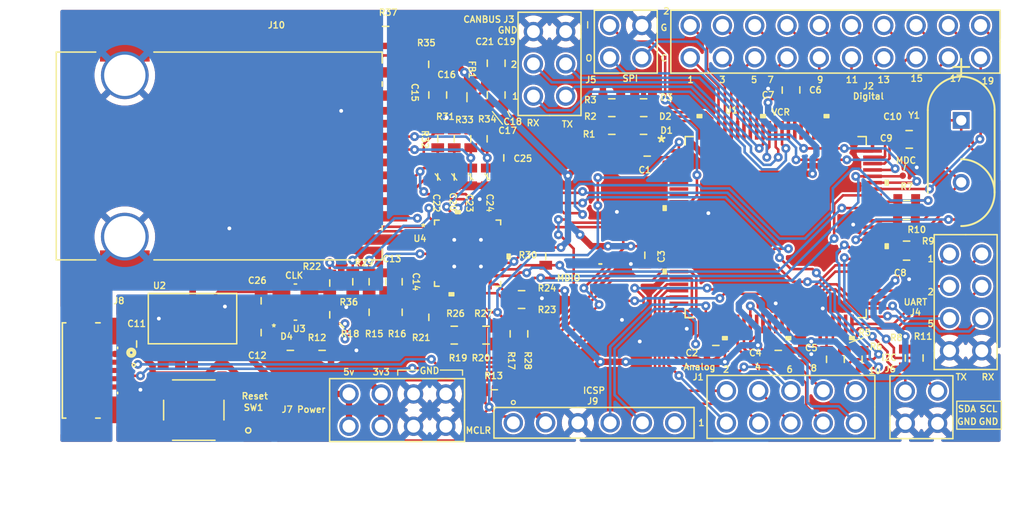
<source format=kicad_pcb>
(kicad_pcb (version 20211014) (generator pcbnew)
  (layers (0 "F.Cu" signal) (31 "B.Cu" signal) (34 "B.Paste" user) (35 "F.Paste" user) (36 "B.SilkS" user "B.Silkscreen") (37 "F.SilkS" user "F.Silkscreen") (38 "B.Mask" user) (39 "F.Mask" user) (44 "Edge.Cuts" user))
  (net 0 "")
  (net 1 "GND")
  (net 2 "Net-(C6-Pad1)")
  (net 3 "Net-(C9-Pad1)")
  (net 4 "OSC1")
  (net 5 "+5V")
  (net 7 "VDD1A")
  (net 8 "TXP")
  (net 9 "TXN")
  (net 10 "RXP")
  (net 11 "RXN")
  (net 12 "Net-(D1-Pad1)")
  (net 13 "LED1")
  (net 14 "Net-(D2-Pad1)")
  (net 15 "LED2")
  (net 16 "Net-(D3-Pad1)")
  (net 17 "LED3")
  (net 18 "Net-(D4-Pad1)")
  (net 19 "AN0")
  (net 20 "AN1")
  (net 21 "AN2")
  (net 22 "AN3")
  (net 23 "AN4")
  (net 24 "AN5")
  (net 25 "AN8")
  (net 26 "AN9")
  (net 27 "AN10")
  (net 28 "AN11")
  (net 29 "97")
  (net 30 "96")
  (net 31 "95")
  (net 32 "94")
  (net 33 "93")
  (net 34 "92")
  (net 35 "91")
  (net 36 "84")
  (net 37 "83")
  (net 38 "82")
  (net 39 "81")
  (net 40 "80")
  (net 41 "79")
  (net 42 "78")
  (net 43 "77")
  (net 44 "76")
  (net 45 "74")
  (net 46 "73")
  (net 47 "69")
  (net 48 "61")
  (net 49 "C1TX")
  (net 50 "C1RX")
  (net 51 "C2TX")
  (net 52 "C2RX")
  (net 53 "U1TX")
  (net 54 "U1RX")
  (net 55 "U2TX")
  (net 56 "U2RX")
  (net 57 "U5TX")
  (net 58 "U5RX")
  (net 59 "SDO1")
  (net 60 "SDI1")
  (net 61 "SCK1")
  (net 62 "SDA2")
  (net 63 "SCL2")
  (net 64 "/USB and Power/D+")
  (net 65 "/USB and Power/D-")
  (net 67 "GNDREF")
  (net 69 "/ICSP/PGEC")
  (net 70 "/ICSP/PGED")
  (net 71 "/ICSP/MCLR")
  (net 72 "LED_LINK")
  (net 73 "/Ethernet/TXD0")
  (net 74 "Net-(R5-Pad2)")
  (net 75 "/Ethernet/TXD1")
  (net 76 "Net-(R6-Pad2)")
  (net 77 "/Ethernet/TX_EN")
  (net 78 "OSC2")
  (net 79 "Net-(R15-Pad2)")
  (net 80 "Net-(R16-Pad2)")
  (net 81 "/Ethernet/RX_ER")
  (net 82 "/Ethernet/EREF_CLK")
  (net 83 "Net-(R18-Pad2)")
  (net 84 "Net-(R19-Pad1)")
  (net 85 "/Ethernet/RDX1")
  (net 86 "Net-(R20-Pad1)")
  (net 87 "/Ethernet/RXD0")
  (net 88 "Net-(R21-Pad2)")
  (net 89 "/Ethernet/XTAL1")
  (net 90 "Net-(R23-Pad1)")
  (net 91 "/Ethernet/MDIO")
  (net 92 "/Ethernet/CRS_DV")
  (net 93 "Net-(R29-Pad2)")
  (net 94 "/Ethernet/nINT")
  (net 117 "Net-(J10-Pad12)")
  (net 118 "/Ethernet/MDC")
  (net 119 "LED_ACT")
  (net 125 "+3V3")
  (net 126 "/Ethernet/VDDCR")
  (net 127 "/Ethernet/LED_LINK_OUT")
  (net 128 "Net-(R7-Pad1)")
  (footprint "Lambley:0603-1608M" (layer "F.Cu") (at 149.65 108.8 180)
    (fp_text reference "R26")
    (fp_text value "4.7k" hide)
  )
  (footprint "Lambley:0603-1608M" (layer "F.Cu") (at 162.05 92.3 180)
    (fp_text reference "R2")
    (fp_text value "330" hide)
  )
  (footprint "Lambley:02x02" (layer "F.Cu") (at 186.54 114.5 -90)
    (fp_text reference "J6")
    (fp_text value "I2C")
  )
  (footprint "Lambley:0603-1608M" (layer "F.Cu") (at 181.2 113.15 90)
    (fp_text reference "R6")
    (fp_text value "33" hide)
  )
  (footprint "Lambley:02x10" (layer "F.Cu") (at 167.07 85.73)
    (fp_text reference "J2")
    (fp_text value "Digital")
  )
  (footprint "Lambley:0603-1608M" (layer "F.Cu") (at 149.1 95.8 90)
    (fp_text reference "R31")
    (fp_text value "49.9" hide)
  )
  (footprint "Lambley:0603-1608M" (layer "F.Cu") (at 139.3 109.65 90)
    (fp_text reference "R18")
    (fp_text value "33" hide)
  )
  (footprint "Lambley:0805" (layer "F.Cu") (at 148.65 89.975 -90)
    (fp_text reference "FB1")
    (fp_text value "FB")
  )
  (footprint "Lambley:0603-1608M" (layer "F.Cu") (at 132.7 106.25 -90)
    (fp_text reference "C26")
    (fp_text value ".01u" hide)
  )
  (footprint "Lambley:.5mm TP" (layer "F.Cu") (at 156.2 105.6)
    (fp_text reference "MDIO")
    (fp_text value ".5mm TP")
  )
  (footprint "Lambley:0603-1608M" (layer "F.Cu") (at 172.85 111.9)
    (fp_text reference "C4")
    (fp_text value "0.1u" hide)
  )
  (footprint "Lambley:.5mm TP" (layer "F.Cu") (at 137.1 105.4)
    (fp_text reference "CLK")
    (fp_text value ".5mm TP")
  )
  (footprint "Lambley:0603-1608M" (layer "F.Cu") (at 147.0875 89.9375 90)
    (fp_text reference "R35")
    (fp_text value "249" hide)
  )
  (footprint "Lambley:0603-1608M" (layer "F.Cu") (at 146.6 96.5 -90)
    (fp_text reference "C22")
    (fp_text value "12p" hide)
  )
  (footprint "Lambley:02x05" (layer "F.Cu") (at 169.92 114.48)
    (fp_text reference "J1")
    (fp_text value "Analog")
  )
  (footprint "Lambley:0603-1608M" (layer "F.Cu") (at 162.2625 93.5)
    (fp_text reference "D2")
    (fp_text value "LED2" hide)
  )
  (footprint "Lambley:0603-1608M" (layer "F.Cu") (at 149.85 111.4)
    (fp_text reference "R20")
    (fp_text value "33" hide)
  )
  (footprint "Lambley:0603-1608M" (layer "F.Cu") (at 185.45 93.4 180)
    (fp_text reference "C10")
    (fp_text value "C" hide)
  )
  (footprint "Lambley:0603-1608M" (layer "F.Cu") (at 185.4625 94.7875 180)
    (fp_text reference "C9")
    (fp_text value "C" hide)
  )
  (footprint "Lambley:0603-1608M" (layer "F.Cu") (at 136.75 110.7 180)
    (fp_text reference "D4")
    (fp_text value "PWR_LED" hide)
  )
  (footprint "ul_LAN8740A-EN:LAN8740A-EN" (layer "F.Cu") (at 149.55 103.65)
    (fp_text reference "U4")
    (fp_text value "LAN8740A-EN" hide)
  )
  (footprint "Lambley:0603-1608M" (layer "F.Cu") (at 183.4 110.75 -90)
    (fp_text reference "R8")
    (fp_text value "4.7k" hide)
  )
  (footprint "Lambley:.5mm TP" (layer "F.Cu") (at 150.35 116.75)
    (fp_text reference "MCLR")
    (fp_text value ".5mm TP")
  )
  (footprint "ul_LFSPXO025560REEL:LFSPXO025560REEL" (layer "F.Cu") (at 136 107.5 90)
    (fp_text reference "U3")
    (fp_text value "LFSPXO025560REEL" hide)
  )
  (footprint "Lambley:02x04" (layer "F.Cu") (at 190.02 103.7154 -90)
    (fp_text reference "J4")
    (fp_text value "UART")
  )
  (footprint "Lambley:0603-1608M" (layer "F.Cu") (at 162.05 90.9 180)
    (fp_text reference "R3")
    (fp_text value "330" hide)
  )
  (footprint "Lambley:0603-1608M" (layer "F.Cu") (at 150.5 96.5 -90)
    (fp_text reference "C24")
    (fp_text value "12p" hide)
  )
  (footprint "Lambley:0603-1608M" (layer "F.Cu") (at 139.9125 104.75 -90)
    (fp_text reference "R36")
    (fp_text value "249" hide)
  )
  (footprint "ul_PIC32MX764F128L-I-PF:PIC32MX764F128L-I&slash_PF" (layer "F.Cu") (at 173.8 101.6)
    (fp_text reference "U1")
    (fp_text value "PIC32MX775F256L-80I/PT" hide)
  )
  (footprint "Lambley:0603-1608M" (layer "F.Cu") (at 185.2375 100.4 180)
    (fp_text reference "R10")
    (fp_text value "R_US" hide)
  )
  (footprint "Lambley:0603-1608M" (layer "F.Cu") (at 162.05 93.7 180)
    (fp_text reference "R1")
    (fp_text value "330" hide)
  )
  (footprint "Lambley:0603-1608M" (layer "F.Cu") (at 151.9 90.05 -90)
    (fp_text reference "C18")
    (fp_text value "0.1u" hide)
  )
  (footprint "Lambley:0603-1608M" (layer "F.Cu") (at 177.2 110.85 -90)
    (fp_text reference "C5")
    (fp_text value "0.1u" hide)
  )
  (footprint "Lambley:02x02" (layer "F.Cu") (at 160.73 85.73)
    (fp_text reference "J5")
    (fp_text value "SPI")
  )
  (footprint "Lambley:0603-1608M" (layer "F.Cu") (at 142.4 107.05 90)
    (fp_text reference "R29")
    (fp_text value "12.1k" hide)
  )
  (footprint "Lambley:0603-1608M" (layer "F.Cu") (at 155.1 102.75 -90)
    (fp_text reference "R30")
    (fp_text value "10K" hide)
  )
  (footprint "Lambley:0603-1608M" (layer "F.Cu") (at 164.8375 95.4125 180)
    (fp_text reference "C1")
    (fp_text value "0.1u" hide)
  )
  (footprint "Lambley:02x03" (layer "F.Cu") (at 154.73 91.29 90)
    (fp_text reference "J3")
    (fp_text value "CANBUS")
  )
  (footprint "Lambley:0603-1608M" (layer "F.Cu") (at 147.8 95.8 90)
    (fp_text reference "R32")
    (fp_text value "49.9" hide)
  )
  (footprint "Lambley:0603-1608M" (layer "F.Cu") (at 162.25 92.1)
    (fp_text reference "D3")
    (fp_text value "LED3" hide)
  )
  (footprint "ul_AZ1117EH-3-3TRG1:AZ1117EH-3.3TRG1" (layer "F.Cu") (at 127.9 108.8)
    (fp_text reference "U2")
    (fp_text value "AZ1117EH-3.3TRG1" hide)
  )
  (footprint "Lambley:0603-1608M" (layer "F.Cu") (at 153.5 111.15 90)
    (fp_text reference "R17")
    (fp_text value "4.7k" hide)
  )
  (footprint "Lambley:0603-1608M" (layer "F.Cu") (at 152.65 108.6)
    (fp_text reference "R23")
    (fp_text value "4.7k" hide)
  )
  (footprint "Lambley:0603-1608M" (layer "F.Cu") (at 153.1 89.85 90)
    (fp_text reference "C19")
    (fp_text value "0.1u" hide)
  )
  (footprint "Lambley:0603-1608M" (layer "F.Cu") (at 182.95 104.8)
    (fp_text reference "C8")
    (fp_text value "0.1u" hide)
  )
  (footprint "Lambley:01x06" (layer "F.Cu") (at 153.15 117)
    (fp_text reference "J9")
    (fp_text value "ICSP")
  )
  (footprint "Lambley:0603-1608M" (layer "F.Cu") (at 151.7 89.85 90)
    (fp_text reference "C21")
    (fp_text value "1u" hide)
  )
  (footprint "Lambley:0603-1608M" (layer "F.Cu") (at 147.3 90.05 -90)
    (fp_text reference "C16")
    (fp_text value "0.1u" hide)
  )
  (footprint "Lambley:0603-1608M" (layer "F.Cu") (at 182.9625 100.1)
    (fp_text reference "R7")
    (fp_text value "33" hide)
  )
  (footprint "Lambley:0603-1608M" (layer "F.Cu") (at 150.4 95.8 90)
    (fp_text reference "R33")
    (fp_text value "49.9" hide)
  )
  (footprint "Lambley:0603-1608M" (layer "F.Cu") (at 147.9 96.5 -90)
    (fp_text reference "C20")
    (fp_text value "12p" hide)
  )
  (footprint "Lambley:0603-1608M" (layer "F.Cu") (at 143.8 104.75 -90)
    (fp_text reference "C14")
    (fp_text value "1u" hide)
  )
  (footprint "Lambley:0603-1608M" (layer "F.Cu") (at 141.2 107.15 -90)
    (fp_text reference "R15")
    (fp_text value "4.7k" hide)
  )
  (footprint "Lambley:0603-1608M" (layer "F.Cu") (at 151.6875 95.8 90)
    (fp_text reference "R34")
    (fp_text value "49.9" hide)
  )
  (footprint "Lambley:0603-1608M" (layer "F.Cu") (at 143.8 107.15 -90)
    (fp_text reference "R16")
    (fp_text value "4.7k" hide)
  )
  (footprint "Lambley:.5mm TP" (layer "F.Cu") (at 183.8 97.55)
    (fp_text reference "MDC")
    (fp_text value ".5mm TP")
  )
  (footprint "Lambley:0603-1608M" (layer "F.Cu") (at 122.9 109.65 -90)
    (fp_text reference "C11")
    (fp_text value "1u" hide)
  )
  (footprint "Lambley:0603-1608M" (layer "F.Cu") (at 162.9 102.6625 -90)
    (fp_text reference "C3")
    (fp_text value "0.1u" hide)
  )
  (footprint "Lambley:0603-1608M" (layer "F.Cu") (at 144.25 85.2 180)
    (fp_text reference "R37")
    (fp_text value "0" hide)
  )
  (footprint "Lambley:0603-1608M" (layer "F.Cu") (at 170.2375 110.3125 180)
    (fp_text reference "C2")
    (fp_text value "0.1u" hide)
  )
  (footprint "Lambley:0603-1608M" (layer "F.Cu") (at 150.5 115)
    (fp_text reference "R13")
    (fp_text value "10K" hide)
  )
  (footprint "Lambley:0603-1608M" (layer "F.Cu") (at 153.6875 108.85 -90)
    (fp_text reference "R28")
    (fp_text value "33" hide)
  )
  (footprint "Lambley:0603-1608M" (layer "F.Cu") (at 145.9 90.05 -90)
    (fp_text reference "C15")
    (fp_text value "1u" hide)
  )
  (footprint "10118192-0001LF:AMPHENOL_10118192-0001LF" (layer "F.Cu") (at 121.7805 112.88075 -90)
    (fp_text reference "J8")
    (fp_text value "10118192-0001LF")
  )
  (footprint "Lambley:0603-1608M" (layer "F.Cu") (at 149.65 110.2 180)
    (fp_text reference "R19")
    (fp_text value "33" hide)
  )
  (footprint "Lambley:0603-1608M" (layer "F.Cu") (at 179.8 113.15 90)
    (fp_text reference "R5")
    (fp_text value "33" hide)
  )
  (footprint "Lambley:0603-1608M" (layer "F.Cu") (at 174.9125 91.9625 90)
    (fp_text reference "C7")
    (fp_text value "0.1u" hide)
  )
  (footprint "Lambley:0603-1608M" (layer "F.Cu") (at 149.2 96.5 -90)
    (fp_text reference "C23")
    (fp_text value "12p" hide)
  )
  (footprint "ul_PTS647SK38SMTR2LFS:PTS647SK38SMTR2LFS" (layer "F.Cu") (at 128 116 180)
    (fp_text reference "SW1")
    (fp_text value "Reset")
  )
  (footprint "Lambley:0603-1608M" (layer "F.Cu") (at 151.8 95 -90)
    (fp_text reference "C25")
    (fp_text value ".022u" hide)
  )
  (footprint "Lambley:0603-1608M" (layer "F.Cu") (at 185.25 102.1 180)
    (fp_text reference "R9")
    (fp_text value "R_US" hide)
  )
  (footprint "Lambley:0603-1608M" (layer "F.Cu") (at 138.1 104.85 -90)
    (fp_text reference "R22")
    (fp_text value "33" hide)
  )
  (footprint "Lambley:0603-1608M" (layer "F.Cu") (at 184.8 110.75 -90)
    (fp_text reference "R11")
    (fp_text value "4.7k" hide)
  )
  (footprint "Lambley:9B-8.000MAAJ-B" (layer "F.Cu") (at 188.4 93.195 -90)
    (fp_text reference "Y1")
    (fp_text value "Crystal" hide)
  )
  (footprint "Lambley:0603-1608M" (layer "F.Cu") (at 154.95 106 180)
    (fp_text reference "R24")
    (fp_text value "1.5K" hide)
  )
  (footprint "ul_J3011G21DNL:J3011G21DNL" (layer "F.Cu") (at 130 96 90)
    (fp_text reference "J10")
    (fp_text value "J3011G21DNL" hide)
  )
  (footprint "Lambley:0603-1608M" (layer "F.Cu") (at 162.25 94.9)
    (fp_text reference "D1")
    (fp_text value "LED1" hide)
  )
  (footprint "Lambley:0603-1608M" (layer "F.Cu") (at 132.7 108.75 -90)
    (fp_text reference "C12")
    (fp_text value "1u" hide)
  )
  (footprint "Lambley:.5mm TP" (layer "F.Cu") (at 175.3 92.65)
    (fp_text reference "VCR")
    (fp_text value ".5mm TP")
  )
  (footprint "Lambley:0603-1608M" (layer "F.Cu") (at 149.85 110)
    (fp_text reference "R27")
    (fp_text value "4.7k" hide)
  )
  (footprint "Lambley:0603-1608M" (layer "F.Cu") (at 150.5 90.05 -90)
    (fp_text reference "C17")
    (fp_text value "1u" hide)
  )
  (footprint "Lambley:0603-1608M" (layer "F.Cu") (at 136.95 111.9)
    (fp_text reference "R12")
    (fp_text value "330" hide)
  )
  (footprint "Lambley:0603-1608M" (layer "F.Cu") (at 176.3 91.95 90)
    (fp_text reference "C6")
    (fp_text value "10u" hide)
  )
  (footprint "Lambley:0603-1608M" (layer "F.Cu") (at 147.1 109.85 90)
    (fp_text reference "R21")
    (fp_text value "10K" hide)
  )
  (footprint "Lambley:02x04" (layer "F.Cu") (at 140.2154 114.73)
    (fp_text reference "J7")
    (fp_text value "Power")
  )
  (footprint "Lambley:0603-1608M" (layer "F.Cu") (at 142.5 104.75 -90)
    (fp_text reference "C13")
    (fp_text value "470p" hide)
  )
  (gr_line (start 144.05 112.85) (end 144.05 113.25) (layer "F.SilkS") (width 0.1))
  (gr_line (start 145.7 112.85) (end 144.05 112.85) (layer "F.SilkS") (width 0.1))
  (gr_line (start 148.3 97.4) (end 148.7 97.9) (layer "F.SilkS") (width 0.1))
  (gr_line (start 147.4 112.85) (end 149.15 112.85) (layer "F.SilkS") (width 0.1))
  (gr_line (start 191.55 115.3) (end 188.05 115.3) (layer "F.SilkS") (width 0.1))
  (gr_line (start 152.9 92.9) (end 152.7 92.5) (layer "F.SilkS") (width 0.1))
  (gr_line (start 149.15 112.85) (end 149.15 113.25) (layer "F.SilkS") (width 0.1))
  (gr_line (start 149.6 97.4) (end 150 97.9) (layer "F.SilkS") (width 0.1))
  (gr_line (start 139.8 109.5) (end 139.5 109.2) (layer "F.SilkS") (width 0.15))
  (gr_line (start 188.05 115.3) (end 188.05 117.5) (layer "F.SilkS") (width 0.1))
  (gr_line (start 180.7 110.3) (end 179.6 110.7) (layer "F.SilkS") (width 0.1))
  (gr_line (start 150.9 97.4) (end 151.3 97.9) (layer "F.SilkS") (width 0.1))
  (gr_line (start 147 97.4) (end 147.4 97.9) (layer "F.SilkS") (width 0.1))
  (gr_line (start 184 96.7) (end 183.9 97.1) (layer "F.SilkS") (width 0.1))
  (gr_line (start 191.55 117.5) (end 191.55 115.3) (layer "F.SilkS") (width 0.1))
  (gr_line (start 188.05 117.5) (end 191.55 117.5) (layer "F.SilkS") (width 0.1))
  (gr_line (start 159.9 104.5) (end 160.1 104.5) (layer "F.SilkS") (width 0.15))
  (gr_circle (center 153.15 115.4) (end 153.308114 115.4) (layer "F.SilkS") (width 0.1) (fill none))
  (gr_line (start 152.3 93.5) (end 151.5 92.5) (layer "F.SilkS") (width 0.1))
  (gr_rect (start 117 84) (end 192 119) (layer "Edge.Cuts") (width 0.001) (fill none))
  (gr_text "5" (at 186 109.2) (layer "F.SilkS") (effects (font (size 0.5 0.5) (thickness 0.1))))
  (gr_text "2" (at 169.9 112.8) (layer "F.SilkS") (effects (font (size 0.5 0.5) (thickness 0.1))))
  (gr_text "SCL" (at 190.55 115.9) (layer "F.SilkS") (effects (font (size 0.5 0.5) (thickness 0.1))))
  (gr_text "O" (at 159.1 88.3) (layer "F.SilkS") (effects (font (size 0.5 0.5) (thickness 0.1))))
  (gr_text "GND" (at 146.55 112.9) (layer "F.SilkS") (effects (font (size 0.5 0.5) (thickness 0.1))))
  (gr_text "6" (at 174.9 112.8) (layer "F.SilkS") (effects (font (size 0.5 0.5) (thickness 0.1))))
  (gr_text "GND" (at 190.55 116.9) (layer "F.SilkS") (effects (font (size 0.5 0.5) (thickness 0.1))))
  (gr_text "I" (at 159 85.7) (layer "F.SilkS") (effects (font (size 0.5 0.5) (thickness 0.1))))
  (gr_text "11" (at 179.8 90) (layer "F.SilkS") (effects (font (size 0.5 0.5) (thickness 0.1))))
  (gr_text "2" (at 153.2 88.8) (layer "F.SilkS") (effects (font (size 0.5 0.5) (thickness 0.1))))
  (gr_text "G" (at 165 85.9) (layer "F.SilkS") (effects (font (size 0.5 0.5) (thickness 0.1))))
  (gr_text "3" (at 169.6 90) (layer "F.SilkS") (effects (font (size 0.5 0.5) (thickness 0.1))))
  (gr_text "17" (at 188 89.9) (layer "F.SilkS") (effects (font (size 0.5 0.5) (thickness 0.1))))
  (gr_text "TX" (at 157.4 93.5) (layer "F.SilkS") (effects (font (size 0.5 0.5) (thickness 0.1))))
  (gr_text "1" (at 167.1 90) (layer "F.SilkS") (effects (font (size 0.5 0.5) (thickness 0.1))))
  (gr_text "1" (at 153.3 91.3) (layer "F.SilkS") (effects (font (size 0.5 0.5) (thickness 0.1))))
  (gr_text "10" (at 181.6 112.9) (layer "F.SilkS") (effects (font (size 0.5 0.5) (thickness 0.1))))
  (gr_text "RX" (at 190.5 113.4) (layer "F.SilkS") (effects (font (size 0.5 0.5) (thickness 0.1))))
  (gr_text "5" (at 172.1 90) (layer "F.SilkS") (effects (font (size 0.5 0.5) (thickness 0.1))))
  (gr_text "7" (at 173.4 90) (layer "F.SilkS") (effects (font (size 0.5 0.5) (thickness 0.1))))
  (gr_text "TX" (at 188.4 113.4) (layer "F.SilkS") (effects (font (size 0.5 0.5) (thickness 0.1))))
  (gr_text "2" (at 186 106.7) (layer "F.SilkS") (effects (font (size 0.5 0.5) (thickness 0.1))))
  (gr_text "1" (at 167.95 117) (layer "F.SilkS") (effects (font (size 0.5 0.5) (thickness 0.1))))
  (gr_text "GND" (at 188.85 116.9) (layer "F.SilkS") (effects (font (size 0.5 0.5) (thickness 0.1))))
  (gr_text "15" (at 184.9 89.9) (layer "F.SilkS") (effects (font (size 0.5 0.5) (thickness 0.1))))
  (gr_text "3v3" (at 142.75 113) (layer "F.SilkS") (effects (font (size 0.5 0.5) (thickness 0.1))))
  (gr_text "*" (at 134.3 109.5) (layer "F.SilkS") (effects (font (size 0.5 0.5) (thickness 0.1))))
  (gr_text "19" (at 190.5 90.1) (layer "F.SilkS") (effects (font (size 0.5 0.5) (thickness 0.1))))
  (gr_text "2" (at 165.2 84.6) (layer "F.SilkS") (effects (font (size 0.5 0.5) (thickness 0.1))))
  (gr_text "C" (at 165 88.3) (layer "F.SilkS") (effects (font (size 0.5 0.5) (thickness 0.1))))
  (gr_text "5v" (at 140.2 113) (layer "F.SilkS") (effects (font (size 0.5 0.5) (thickness 0.1))))
  (gr_text "GND" (at 152.7 86.1) (layer "F.SilkS") (effects (font (size 0.5 0.5) (thickness 0.1))))
  (gr_text "1" (at 186 104.1) (layer "F.SilkS") (effects (font (size 0.5 0.5) (thickness 0.1))))
  (gr_text "4" (at 172.4 112.6) (layer "F.SilkS") (effects (font (size 0.5 0.5) (thickness 0.1))))
  (gr_text "8" (at 176.8 112.7) (layer "F.SilkS") (effects (font (size 0.5 0.5) (thickness 0.1))))
  (gr_text "9" (at 177.3 90) (layer "F.SilkS") (effects (font (size 0.5 0.5) (thickness 0.1))))
  (gr_text "SDA" (at 188.85 115.9) (layer "F.SilkS") (effects (font (size 0.5 0.5) (thickness 0.1))))
  (gr_text "RX" (at 154.7 93.4) (layer "F.SilkS") (effects (font (size 0.5 0.5) (thickness 0.1))))
  (gr_text "13" (at 182.3 90) (layer "F.SilkS") (effects (font (size 0.5 0.5) (thickness 0.1))))
  (segment (start 139.4 108.5) (end 140 107.9) (width 0.2) (layer "F.Cu") (net 1))
  (segment (start 151.1 98.35) (end 151.9 98.35) (width 0.2) (layer "F.Cu") (net 1))
  (segment (start 173.725 90.7) (end 174.3125 90.1125) (width 0.2) (layer "F.Cu") (net 1))
  (segment (start 151.9 98.35) (end 152.4 97.85) (width 0.2) (layer "F.Cu") (net 1))
  (segment (start 152.4 97.85) (end 152.4 96.85) (width 0.2) (layer "F.Cu") (net 1))
  (segment (start 140 107.9) (end 140.5125 107.3875) (width 0.2) (layer "F.Cu") (net 1))
  (segment (start 151.1 98.8) (end 151.1 98.35) (width 0.2) (layer "F.Cu") (net 1))
  (segment (start 177.7 112.7) (end 176.6 111.6) (width 0.2) (layer "F.Cu") (net 1))
  (segment (start 153.6 110) (end 154.6 110) (width 0.2) (layer "F.Cu") (net 1))
  (segment (start 137.8 108.3) (end 138 108.5) (width 0.2) (layer "F.Cu") (net 1))
  (segment (start 147.2 98.35) (end 151.1 98.35) (width 0.2) (layer "F.Cu") (net 1))
  (segment (start 140.5125 107.3875) (end 140.5125 106.6) (width 0.2) (layer "F.Cu") (net 1))
  (segment (start 173.2 90.7) (end 173.725 90.7) (width 0.2) (layer "F.Cu") (net 1))
  (segment (start 152.9 110.7) (end 153.6 110) (width 0.2) (layer "F.Cu") (net 1))
  (segment (start 150.5 99.4) (end 151.1 98.8) (width 0.2) (layer "F.Cu") (net 1))
  (segment (start 137.1 108.3) (end 137.8 108.3) (width 0.2) (layer "F.Cu") (net 1))
  (segment (start 138 108.5) (end 139.4 108.5) (width 0.2) (layer "F.Cu") (net 1))
  (segment (start 177.8 112.7) (end 177.7 112.7) (width 0.2) (layer "F.Cu") (net 1))
  (via (at 123.8 114.4) (size 0.7) (drill 0.3) (layers "F.Cu" "B.Cu") (net 1))
  (via (at 148.5 104.7) (size 0.7) (drill 0.3) (layers "F.Cu" "B.Cu") (net 1))
  (via (at 155.4 107.2) (size 0.7) (drill 0.3) (layers "F.Cu" "B.Cu") (net 1))
  (via (at 166.8 109.6) (size 0.7) (drill 0.3) (layers "F.Cu" "B.Cu") (net 1))
  (via (at 177.5 108) (size 0.7) (drill 0.3) (layers "F.Cu" "B.Cu") (net 1))
  (via (at 140 107.9) (size 0.7) (drill 0.3) (layers "F.Cu" "B.Cu") (net 1))
  (via (at 147.9 93) (size 0.7) (drill 0.3) (layers "F.Cu" "B.Cu") (net 1))
  (via (at 176.6 111.6) (size 0.7) (drill 0.3) (layers "F.Cu" "B.Cu") (net 1))
  (via (at 173.2 90.7) (size 0.7) (drill 0.3) (layers "F.Cu" "B.Cu") (net 1))
  (via (at 148.5 102.6) (size 0.7) (drill 0.3) (layers "F.Cu" "B.Cu") (net 1))
  (via (at 179.9 101.4) (size 0.7) (drill 0.3) (layers "F.Cu" "B.Cu") (net 1))
  (via (at 150.6 102.6) (size 0.7) (drill 0.3) (layers "F.Cu" "B.Cu") (net 1))
  (via (at 184.3 105.7) (size 0.7) (drill 0.3) (layers "F.Cu" "B.Cu") (net 1))
  (via (at 150.5 99.4) (size 0.7) (drill 0.3) (layers "F.Cu" "B.Cu") (net 1))
  (via (at 161.7 108.9) (size 0.7) (drill 0.3) (layers "F.Cu" "B.Cu") (net 1))
  (via (at 184.9 96.9) (size 0.7) (drill 0.3) (layers "F.Cu" "B.Cu") (net 1))
  (via (at 168.5 100.5) (size 0.7) (drill 0.3) (layers "F.Cu" "B.Cu") (net 1))
  (via (at 130.45 107.85) (size 0.7) (drill 0.3) (layers "F.Cu" "B.Cu") (net 1))
  (via (at 140.8 111.3) (size 0.7) (drill 0.3) (layers "F.Cu" "B.Cu") (net 1))
  (via (at 163.1 110.6) (size 0.7) (drill 0.3) (layers "F.Cu" "B.Cu") (net 1))
  (via (at 161.3 100.4) (size 0.7) (drill 0.3) (layers "F.Cu" "B.Cu") (net 1))
  (via (at 162.4 104.5) (size 0.7) (drill 0.3) (layers "F.Cu" "B.Cu") (net 1))
  (via (at 125.25 108.8) (size 0.7) (drill 0.3) (layers "F.Cu" "B.Cu") (net 1))
  (via (at 150.6 104.7) (size 0.7) (drill 0.3) (layers "F.Cu" "B.Cu") (net 1))
  (via (at 173.8 107.6) (size 0.7) (drill 0.3) (layers "F.Cu" "B.Cu") (net 1))
  (segment (start 175.3 92.7) (end 175.7 92.3) (width 0.2) (layer "F.Cu") (net 2))
  (segment (start 175.3 93.98) (end 175.3 92.7) (width 0.2) (layer "F.Cu") (net 2))
  (segment (start 175.7 92.3) (end 175.7 91.5) (width 0.2) (layer "F.Cu") (net 2))
  (segment (start 185.475001 101) (end 188.4 98.075001) (width 0.2) (layer "F.Cu") (net 3))
  (segment (start 188.4 98.075001) (end 185.712499 95.3875) (width 0.2) (layer "F.Cu") (net 3))
  (segment (start 184.7875 101) (end 185.475001 101) (width 0.2) (layer "F.Cu") (net 3))
  (segment (start 185.712499 95.3875) (end 185.0125 95.3875) (width 0.2) (layer "F.Cu") (net 3))
  (segment (start 185.9 102.9) (end 185.9 101.5) (width 0.2) (layer "F.Cu") (net 4))
  (segment (start 189.4 95.6) (end 188.4 94.6) (width 0.2) (layer "F.Cu") (net 4))
  (segment (start 185.9 101.5) (end 188.3 99.1) (width 0.2) (layer "F.Cu") (net 4))
  (segment (start 181.42 101.6) (end 182.4 101.6) (width 0.2) (layer "F.Cu") (net 4))
  (segment (start 184.15 103.45) (end 185.35 103.45) (width 0.2) (layer "F.Cu") (net 4))
  (segment (start 188.3 99.1) (end 189.2 99.1) (width 0.2) (layer "F.Cu") (net 4))
  (segment (start 185.805 93.195) (end 185 94) (width 0.2) (layer "F.Cu") (net 4))
  (segment (start 183.4 102.7) (end 184.15 103.45) (width 0.2) (layer "F.Cu") (net 4))
  (segment (start 189.4 98.9) (end 189.4 95.6) (width 0.2) (layer "F.Cu") (net 4))
  (segment (start 188.4 93.195) (end 185.805 93.195) (width 0.2) (layer "F.Cu") (net 4))
  (segment (start 189.2 99.1) (end 189.4 98.9) (width 0.2) (layer "F.Cu") (net 4))
  (segment (start 188.4 94.6) (end 188.4 93.195) (width 0.2) (layer "F.Cu") (net 4))
  (segment (start 182.4 101.6) (end 183.4 102.6) (width 0.2) (layer "F.Cu") (net 4))
  (segment (start 183.4 102.6) (end 183.4 102.7) (width 0.2) (layer "F.Cu") (net 4))
  (segment (start 185.35 103.45) (end 185.9 102.9) (width 0.2) (layer "F.Cu") (net 4))
  (segment (start 121.7805 111.58075) (end 123.41925 111.58075) (width 0.5) (layer "F.Cu") (net 5))
  (segment (start 132.9156 114.73) (end 130.2114 112.0258) (width 0.5) (layer "F.Cu") (net 5))
  (segment (start 140.2154 114.73) (end 132.9156 114.73) (width 0.5) (layer "F.Cu") (net 5))
  (segment (start 124.7568 112.496139) (end 124.7568 113.0568) (width 0.5) (layer "F.Cu") (net 5))
  (segment (start 124.7568 113.0568) (end 124.9005 113.2005) (width 0.5) (layer "F.Cu") (net 5))
  (segment (start 124.9005 113.2005) (end 129.0367 113.2005) (width 0.5) (layer "F.Cu") (net 5))
  (segment (start 123.760661 111.5) (end 124.7568 112.496139) (width 0.5) (layer "F.Cu") (net 5))
  (segment (start 123.5 111.5) (end 123.760661 111.5) (width 0.5) (layer "F.Cu") (net 5))
  (segment (start 123.41925 111.58075) (end 123.5 111.5) (width 0.5) (layer "F.Cu") (net 5))
  (segment (start 129.0367 113.2005) (end 130.2114 112.0258) (width 0.5) (layer "F.Cu") (net 5))
  (segment (start 140.2154 114.73) (end 140.2154 117.27) (width 0.5) (layer "F.Cu") (net 5))
  (segment (start 147.2 93.95) (end 146.75 93.95) (width 0.2) (layer "F.Cu") (net 7))
  (segment (start 146.1 95.05) (end 147.2 93.95) (width 0.2) (layer "F.Cu") (net 7))
  (segment (start 147.2 93.95) (end 151.0875 93.95) (width 0.2) (layer "F.Cu") (net 7))
  (segment (start 140.4093 97.524) (end 142.4968 97.524) (width 0.2) (layer "F.Cu") (net 7))
  (segment (start 150.312 100.488) (end 153.15 97.65) (width 0.2) (layer "F.Cu") (net 7))
  (segment (start 145.592 96.508) (end 146.1 96) (width 0.2) (layer "F.Cu") (net 7))
  (segment (start 153.15 96.2) (end 152.4 95.45) (width 0.2) (layer "F.Cu") (net 7))
  (segment (start 146.0125 89.4875) (end 145.5 90) (width 0.2) (layer "F.Cu") (net 7))
  (segment (start 140.1722 101.5722) (end 139.8 101.2) (width 0.2) (layer "F.Cu") (net 7))
  (segment (start 151.1 90.5) (end 152.5 90.5) (width 0.2) (layer "F.Cu") (net 7))
  (segment (start 139.8 101.2) (end 139.8 98.1333) (width 0.2) (layer "F.Cu") (net 7))
  (segment (start 146.75 93.95) (end 145.5 92.7) (width 0.2) (layer "F.Cu") (net 7))
  (segment (start 147.172 101.872) (end 146.8722 101.5722) (width 0.2) (layer "F.Cu") (net 7))
  (segment (start 146.1 96) (end 146.1 95.05) (width 0.2) (layer "F.Cu") (net 7))
  (segment (start 149.8 93.6) (end 149.5 93.3) (width 0.2) (layer "F.Cu") (net 7))
  (segment (start 151.75 93.95) (end 152.4 94.6) (width 0.2) (layer "F.Cu") (net 7))
  (segment (start 142.4968 96.508) (end 142.4968 97.524) (width 0.2) (layer "F.Cu") (net 7))
  (segment (start 149.5 92.1) (end 151.1 90.5) (width 0.2) (layer "F.Cu") (net 7))
  (segment (start 149.8 93.95) (end 149.8 93.6) (width 0.2) (layer "F.Cu") (net 7))
  (segment (start 149.5 92.25) (end 149.5 92.1) (width 0.2) (layer "F.Cu") (net 7))
  (segment (start 146.8722 101.5722) (end 140.1722 101.5722) (width 0.2) (layer "F.Cu") (net 7))
  (segment (start 139.8 98.1333) (end 140.4093 97.524) (width 0.2) (layer "F.Cu") (net 7))
  (segment (start 146.4875 89.4875) (end 146.0125 89.4875) (width 0.2) (layer "F.Cu") (net 7))
  (segment (start 145.5 90) (end 145.5 92.7) (width 0.2) (layer "F.Cu") (net 7))
  (segment (start 152.5 89.4) (end 151.1 89.4) (width 0.2) (layer "F.Cu") (net 7))
  (segment (start 149.5 93.3) (end 149.5 92.25) (width 0.2) (layer "F.Cu") (net 7))
  (segment (start 142.4968 96.508) (end 145.592 96.508) (width 0.2) (layer "F.Cu") (net 7))
  (segment (start 152.5 90.5) (end 152.5 89.4) (width 0.2) (layer "F.Cu") (net 7))
  (segment (start 153.15 97.65) (end 153.15 96.2) (width 0.2) (layer "F.Cu") (net 7))
  (segment (start 151.0875 93.95) (end 151.75 93.95) (width 0.2) (layer "F.Cu") (net 7))
  (segment (start 152.4 94.6) (end 152.4 95.45) (width 0.2) (layer "F.Cu") (net 7))
  (segment (start 147.1013 101.872) (end 147.172 101.872) (width 0.2) (layer "F.Cu") (net 7))
  (segment (start 150.312 101.2013) (end 150.312 100.488) (width 0.2) (layer "F.Cu") (net 7))
  (segment (start 145.8 99.4) (end 145.5 99.1) (width 0.2) (layer "F.Cu") (net 8))
  (segment (start 149.254 99.4) (end 145.8 99.4) (width 0.2) (layer "F.Cu") (net 8))
  (segment (start 144.444 99.556) (end 145.5 98.5) (width 0.2) (layer "F.Cu") (net 8))
  (segment (start 146.4 97.6) (end 147.85 97.6) (width 0.2) (layer "F.Cu") (net 8))
  (segment (start 149.454 100.3) (end 149.454 99.6) (width 0.2) (layer "F.Cu") (net 8))
  (segment (start 149.454 99.6) (end 149.254 99.4) (width 0.2) (layer "F.Cu") (net 8))
  (segment (start 142.4968 99.556) (end 144.444 99.556) (width 0.2) (layer "F.Cu") (net 8))
  (segment (start 149.296 101.2013) (end 149.296 100.458) (width 0.2) (layer "F.Cu") (net 8))
  (segment (start 145.5 98.5) (end 146.4 97.6) (width 0.2) (layer "F.Cu") (net 8))
  (segment (start 147.85 97.6) (end 148.5 96.95) (width 0.2) (layer "F.Cu") (net 8))
  (segment (start 149.296 100.458) (end 149.454 100.3) (width 0.2) (layer "F.Cu") (net 8))
  (segment (start 145.5 99.1) (end 145.5 98.5) (width 0.2) (layer "F.Cu") (net 8))
  (segment (start 148.5 95.35) (end 148.5 96.95) (width 0.2) (layer "F.Cu") (net 8))
  (segment (start 142.4968 98.54) (end 144.4907 98.54) (width 0.2) (layer "F.Cu") (net 9))
  (segment (start 144.4907 98.54) (end 145.81535 97.21535) (width 0.2) (layer "F.Cu") (net 9))
  (segment (start 146.3 99) (end 149.4 99) (width 0.2) (layer "F.Cu") (net 9))
  (segment (start 146.1 98.8) (end 146.3 99) (width 0.2) (layer "F.Cu") (net 9))
  (segment (start 145.81535 97.21535) (end 146.0807 96.95) (width 0.2) (layer "F.Cu") (net 9))
  (segment (start 149.4 99) (end 149.804 99.404) (width 0.2) (layer "F.Cu") (net 9))
  (segment (start 146.0807 96.95) (end 147.2 96.95) (width 0.2) (layer "F.Cu") (net 9))
  (segment (start 149.804 99.404) (end 149.804 101.2013) (width 0.2) (layer "F.Cu") (net 9))
  (segment (start 147.2 95.35) (end 147.2 96.95) (width 0.2) (layer "F.Cu") (net 9))
  (via (at 145.81535 97.21535) (size 0.7) (drill 0.3) (layers "F.Cu" "B.Cu") (net 9))
  (via (at 146.1 98.8) (size 0.7) (drill 0.3) (layers "F.Cu" "B.Cu") (net 9))
  (segment (start 145.81535 98.51535) (end 146.1 98.8) (width 0.2) (layer "B.Cu") (net 9))
  (segment (start 145.81535 97.21535) (end 145.81535 98.51535) (width 0.2) (layer "B.Cu") (net 9))
  (segment (start 148.28 101.2013) (end 148.28 100.48) (width 0.2) (layer "F.Cu") (net 10))
  (segment (start 142.4968 95.492) (end 145.367 95.492) (width 0.2) (layer "F.Cu") (net 10))
  (segment (start 147.9 100.1) (end 147.9 100) (width 0.2) (layer "F.Cu") (net 10))
  (segment (start 149.8 95.35) (end 149.8 96.95) (width 0.2) (layer "F.Cu") (net 10))
  (segment (start 148.28 100.48) (end 147.9 100.1) (width 0.2) (layer "F.Cu") (net 10))
  (segment (start 145.367 95.492) (end 145.375 95.5) (width 0.2) (layer "F.Cu") (net 10))
  (via (at 145.375 95.5) (size 0.7) (drill 0.3) (layers "F.Cu" "B.Cu") (net 10))
  (via (at 149.8 96.15) (size 0.7) (drill 0.3) (layers "F.Cu" "B.Cu") (net 10))
  (via (at 147.9 100) (size 0.7) (drill 0.3) (layers "F.Cu" "B.Cu") (net 10))
  (segment (start 145.375 95.5) (end 149.15 95.5) (width 0.2) (layer "B.Cu") (net 10))
  (segment (start 149.8 96.15) (end 149.8 98.1) (width 0.2) (layer "B.Cu") (net 10))
  (segment (start 149.15 95.5) (end 149.8 96.15) (width 0.2) (layer "B.Cu") (net 10))
  (segment (start 149.8 98.1) (end 147.9 100) (width 0.2) (layer "B.Cu") (net 10))
  (segment (start 142.4968 94.476) (end 145.374 94.476) (width 0.2) (layer "F.Cu") (net 11))
  (segment (start 148.788 100.112) (end 148.8 100.1) (width 0.2) (layer "F.Cu") (net 11))
  (segment (start 151.0875 95.35) (end 151.0875 96.9375) (width 0.2) (layer "F.Cu") (net 11))
  (segment (start 145.374 94.476) (end 145.375 94.475) (width 0.2) (layer "F.Cu") (net 11))
  (segment (start 151.0875 96.9375) (end 151.1 96.95) (width 0.2) (layer "F.Cu") (net 11))
  (segment (start 148.788 101.2013) (end 148.788 100.112) (width 0.2) (layer "F.Cu") (net 11))
  (via (at 151.1 96.15) (size 0.7) (drill 0.3) (layers "F.Cu" "B.Cu") (net 11))
  (via (at 148.8 100.1) (size 0.7) (drill 0.3) (layers "F.Cu" "B.Cu") (net 11))
  (via (at 145.375 94.475) (size 0.7) (drill 0.3) (layers "F.Cu" "B.Cu") (net 11))
  (segment (start 151.1 96.15) (end 151.1 97.8) (width 0.2) (layer "B.Cu") (net 11))
  (segment (start 145.375 94.475) (end 149.425 94.475) (width 0.2) (layer "B.Cu") (net 11))
  (segment (start 151.1 97.8) (end 148.8 100.1) (width 0.2) (layer "B.Cu") (net 11))
  (segment (start 149.425 94.475) (end 151.1 96.15) (width 0.2) (layer "B.Cu") (net 11))
  (segment (start 162.7 94.3) (end 161.6 94.3) (width 0.2) (layer "F.Cu") (net 12))
  (segment (start 164.1 94.3) (end 165.15 93.25) (width 0.2) (layer "F.Cu") (net 13))
  (segment (start 167.15 93.25) (end 167.799999 93.899999) (width 0.2) (layer "F.Cu") (net 13))
  (segment (start 165.15 93.25) (end 167.15 93.25) (width 0.2) (layer "F.Cu") (net 13))
  (segment (start 167.799999 93.899999) (end 167.799999 93.98) (width 0.2) (layer "F.Cu") (net 13))
  (segment (start 162.7125 92.9) (end 161.6 92.9) (width 0.2) (layer "F.Cu") (net 14))
  (segment (start 168.156601 92.9) (end 164.1125 92.9) (width 0.2) (layer "F.Cu") (net 15))
  (segment (start 168.300001 93.0434) (end 168.156601 92.9) (width 0.2) (layer "F.Cu") (net 15))
  (segment (start 168.300001 93.98) (end 168.300001 93.0434) (width 0.2) (layer "F.Cu") (net 15))
  (segment (start 162.7 91.5) (end 161.6 91.5) (width 0.2) (layer "F.Cu") (net 16))
  (segment (start 168.301576 92.55) (end 168.794976 93.0434) (width 0.2) (layer "F.Cu") (net 17))
  (segment (start 165.15 92.55) (end 168.301576 92.55) (width 0.2) (layer "F.Cu") (net 17))
  (segment (start 168.794976 93.0434) (end 168.8 93.0434) (width 0.2) (layer "F.Cu") (net 17))
  (segment (start 164.1 91.5) (end 165.15 92.55) (width 0.2) (layer "F.Cu") (net 17))
  (segment (start 168.8 93.0434) (end 168.8 93.98) (width 0.2) (layer "F.Cu") (net 17))
  (segment (start 136.3 111.3) (end 137.4 111.3) (width 0.2) (layer "F.Cu") (net 18))
  (segment (start 165.35 112.45) (end 166.18 113.28) (width 0.2) (layer "F.Cu") (net 19))
  (segment (start 165.35 108.430001) (end 165.35 112.45) (width 0.2) (layer "F.Cu") (net 19))
  (segment (start 166.18 107.600001) (end 165.35 108.430001) (width 0.2) (layer "F.Cu") (net 19))
  (via (at 166.18 113.28) (size 0.7) (drill 0.3) (layers "F.Cu" "B.Cu") (net 19))
  (segment (start 166.18 113.28) (end 169.92 117.02) (width 0.2) (layer "B.Cu") (net 19))
  (segment (start 166.18 107.099999) (end 165.2434 107.099999) (width 0.2) (layer "F.Cu") (net 20))
  (segment (start 166.48 114.48) (end 169.92 114.48) (width 0.2) (layer "F.Cu") (net 20))
  (segment (start 165.2434 107.099999) (end 165 107.343399) (width 0.2) (layer "F.Cu") (net 20))
  (segment (start 165 107.343399) (end 165 113) (width 0.2) (layer "F.Cu") (net 20))
  (segment (start 165 113) (end 166.48 114.48) (width 0.2) (layer "F.Cu") (net 20))
  (segment (start 170.94 115.5) (end 172.46 117.02) (width 0.2) (layer "F.Cu") (net 21))
  (segment (start 167.005026 115.5) (end 170.94 115.5) (width 0.2) (layer "F.Cu") (net 21))
  (segment (start 165.2434 106.6) (end 164.65 107.1934) (width 0.2) (layer "F.Cu") (net 21))
  (segment (start 166.18 106.6) (end 165.2434 106.6) (width 0.2) (layer "F.Cu") (net 21))
  (segment (start 164.65 107.1934) (end 164.65 113.144974) (width 0.2) (layer "F.Cu") (net 21))
  (segment (start 164.65 113.144974) (end 167.005026 115.5) (width 0.2) (layer "F.Cu") (net 21))
  (segment (start 166.18 106.099999) (end 165.2434 106.099999) (width 0.2) (layer "F.Cu") (net 22))
  (segment (start 164.3 107.043399) (end 164.3 113.3) (width 0.2) (layer "F.Cu") (net 22))
  (segment (start 165.2434 106.099999) (end 164.3 107.043399) (width 0.2) (layer "F.Cu") (net 22))
  (segment (start 164.3 113.3) (end 169.1 118.1) (width 0.2) (layer "F.Cu") (net 22))
  (segment (start 169.1 118.1) (end 173 118.1) (width 0.2) (layer "F.Cu") (net 22))
  (segment (start 173 118.1) (end 173.5 117.6) (width 0.2) (layer "F.Cu") (net 22))
  (segment (start 173.5 117.6) (end 173.5 115.52) (width 0.2) (layer "F.Cu") (net 22))
  (segment (start 173.5 115.52) (end 172.46 114.48) (width 0.2) (layer "F.Cu") (net 22))
  (segment (start 173.85 115.87) (end 175 117.02) (width 0.2) (layer "F.Cu") (net 23))
  (segment (start 173.85 114.35) (end 173.85 115.87) (width 0.2) (layer "F.Cu") (net 23))
  (segment (start 165.737487 111.637487) (end 167.4 113.3) (width 0.2) (layer "F.Cu") (net 23))
  (segment (start 167.2 107.956301) (end 166.956301 108.2) (width 0.2) (layer "F.Cu") (net 23))
  (segment (start 167.4 113.3) (end 172.8 113.3) (width 0.2) (layer "F.Cu") (net 23))
  (segment (start 172.8 113.3) (end 173.85 114.35) (width 0.2) (layer "F.Cu") (net 23))
  (segment (start 167.1166 105.6) (end 167.2 105.6834) (width 0.2) (layer "F.Cu") (net 23))
  (segment (start 166.074975 108.2) (end 165.737487 108.537488) (width 0.2) (layer "F.Cu") (net 23))
  (segment (start 166.18 105.6) (end 167.1166 105.6) (width 0.2) (layer "F.Cu") (net 23))
  (segment (start 165.737487 108.537488) (end 165.737487 111.637487) (width 0.2) (layer "F.Cu") (net 23))
  (segment (start 166.956301 108.2) (end 166.074975 108.2) (width 0.2) (layer "F.Cu") (net 23))
  (segment (start 167.2 105.6834) (end 167.2 107.956301) (width 0.2) (layer "F.Cu") (net 23))
  (segment (start 167.55 107.3) (end 167.55 108.15) (width 0.2) (layer "F.Cu") (net 24))
  (segment (start 167.455787 105.444213) (end 167.55 105.538426) (width 0.2) (layer "F.Cu") (net 24))
  (segment (start 166.18 105.100001) (end 167.111575 105.100001) (width 0.2) (layer "F.Cu") (net 24))
  (segment (start 166.237487 108.55) (end 167.15 108.55) (width 0.2) (layer "F.Cu") (net 24))
  (segment (start 167.55 108.15) (end 167.15 108.55) (width 0.2) (layer "F.Cu") (net 24))
  (segment (start 170.997487 112.902513) (end 167.497487 112.902513) (width 0.2) (layer "F.Cu") (net 24))
  (segment (start 166.087487 108.7) (end 166.237487 108.55) (width 0.2) (layer "F.Cu") (net 24))
  (segment (start 167.497487 112.902513) (end 166.087487 111.492513) (width 0.2) (layer "F.Cu") (net 24))
  (segment (start 166.087487 111.492513) (end 166.087487 108.7) (width 0.2) (layer "F.Cu") (net 24))
  (segment (start 167.111575 105.100001) (end 167.455787 105.444213) (width 0.2) (layer "F.Cu") (net 24))
  (segment (start 171.3 112.6) (end 170.997487 112.902513) (width 0.2) (layer "F.Cu") (net 24))
  (segment (start 167.55 105.538426) (end 167.55 107.3) (width 0.2) (layer "F.Cu") (net 24))
  (via (at 171.3 112.6) (size 0.7) (drill 0.3) (layers "F.Cu" "B.Cu") (net 24))
  (segment (start 171.3 112.6) (end 173.12 112.6) (width 0.2) (layer "B.Cu") (net 24))
  (segment (start 173.12 112.6) (end 175 114.48) (width 0.2) (layer "B.Cu") (net 24))
  (segment (start 170.800001 111.139949) (end 170.800001 109.22) (width 0.2) (layer "F.Cu") (net 25))
  (segment (start 177.54 117.02) (end 176.2 115.68) (width 0.2) (layer "F.Cu") (net 25))
  (segment (start 176.2 113.9) (end 175.1 112.8) (width 0.2) (layer "F.Cu") (net 25))
  (segment (start 175.1 112.8) (end 172.460052 112.8) (width 0.2) (layer "F.Cu") (net 25))
  (segment (start 176.2 115.68) (end 176.2 113.9) (width 0.2) (layer "F.Cu") (net 25))
  (segment (start 172.460052 112.8) (end 170.800001 111.139949) (width 0.2) (layer "F.Cu") (net 25))
  (segment (start 172.605026 112.45) (end 175.51 112.45) (width 0.2) (layer "F.Cu") (net 26))
  (segment (start 171.3 109.22) (end 171.3 111.144974) (width 0.2) (layer "F.Cu") (net 26))
  (segment (start 171.3 111.144974) (end 172.605026 112.45) (width 0.2) (layer "F.Cu") (net 26))
  (segment (start 175.51 112.45) (end 177.54 114.48) (width 0.2) (layer "F.Cu") (net 26))
  (segment (start 171.799999 109.22) (end 171.8 107.8) (width 0.2) (layer "F.Cu") (net 27))
  (via (at 171.8 107.8) (size 0.7) (drill 0.3) (layers "F.Cu" "B.Cu") (net 27))
  (segment (start 171.8 107.8) (end 176.3 112.3) (width 0.2) (layer "B.Cu") (net 27))
  (segment (start 176.3 115.4) (end 176.6 115.7) (width 0.2) (layer "B.Cu") (net 27))
  (segment (start 176.3 112.3) (end 176.3 115.4) (width 0.2) (layer "B.Cu") (net 27))
  (segment (start 176.6 115.7) (end 178.76 115.7) (width 0.2) (layer "B.Cu") (net 27))
  (segment (start 178.76 115.7) (end 180.08 117.02) (width 0.2) (layer "B.Cu") (net 27))
  (segment (start 180.08 114.48) (end 178.9 113.3) (width 0.2) (layer "F.Cu") (net 28))
  (segment (start 175.9 112.1) (end 172.75 112.1) (width 0.2) (layer "F.Cu") (net 28))
  (segment (start 172.3 110.1) (end 172.3 109.22) (width 0.2) (layer "F.Cu") (net 28))
  (segment (start 178.9 113.3) (end 177.1 113.3) (width 0.2) (layer "F.Cu") (net 28))
  (segment (start 171.8 111.15) (end 171.8 110.6) (width 0.2) (layer "F.Cu") (net 28))
  (segment (start 177.1 113.3) (end 175.9 112.1) (width 0.2) (layer "F.Cu") (net 28))
  (segment (start 171.8 110.6) (end 172.3 110.1) (width 0.2) (layer "F.Cu") (net 28))
  (segment (start 172.75 112.1) (end 171.8 111.15) (width 0.2) (layer "F.Cu") (net 28))
  (segment (start 169.299999 90.499999) (end 167.07 88.27) (width 0.2) (layer "F.Cu") (net 29))
  (segment (start 169.299999 93.98) (end 169.299999 90.499999) (width 0.2) (layer "F.Cu") (net 29))
  (segment (start 169.8 90.5) (end 169.8 93.98) (width 0.2) (layer "F.Cu") (net 30))
  (segment (start 168.4 87.06) (end 168.4 89.1) (width 0.2) (layer "F.Cu") (net 30))
  (segment (start 168.4 89.1) (end 169.8 90.5) (width 0.2) (layer "F.Cu") (net 30))
  (segment (start 167.07 85.73) (end 168.4 87.06) (width 0.2) (layer "F.Cu") (net 30))
  (segment (start 170.299999 93.98) (end 170.299999 88.959999) (width 0.2) (layer "F.Cu") (net 31))
  (segment (start 170.299999 88.959999) (end 169.61 88.27) (width 0.2) (layer "F.Cu") (net 31))
  (segment (start 170.800001 86.920001) (end 169.61 85.73) (width 0.2) (layer "F.Cu") (net 32))
  (segment (start 170.800001 93.98) (end 170.800001 86.920001) (width 0.2) (layer "F.Cu") (net 32))
  (segment (start 171.3 89.12) (end 172.15 88.27) (width 0.2) (layer "F.Cu") (net 33))
  (segment (start 171.3 93.98) (end 171.3 89.12) (width 0.2) (layer "F.Cu") (net 33))
  (segment (start 173.4 89) (end 173.4 86.98) (width 0.2) (layer "F.Cu") (net 34))
  (segment (start 171.799999 93.98) (end 171.799999 90.600001) (width 0.2) (layer "F.Cu") (net 34))
  (segment (start 173.4 86.98) (end 172.15 85.73) (width 0.2) (layer "F.Cu") (net 34))
  (segment (start 171.799999 90.600001) (end 173.4 89) (width 0.2) (layer "F.Cu") (net 34))
  (segment (start 172.3 90.66) (end 174.69 88.27) (width 0.2) (layer "F.Cu") (net 35))
  (segment (start 172.3 93.98) (end 172.3 90.66) (width 0.2) (layer "F.Cu") (net 35))
  (segment (start 175.800001 92.794973) (end 176.45 92.144974) (width 0.2) (layer "F.Cu") (net 36))
  (segment (start 175.702 88.202) (end 175.702 86.742) (width 0.2) (layer "F.Cu") (net 36))
  (segment (start 176.45 88.95) (end 175.702 88.202) (width 0.2) (layer "F.Cu") (net 36))
  (segment (start 175.800001 93.98) (end 175.800001 92.794973) (width 0.2) (layer "F.Cu") (net 36))
  (segment (start 175.702 86.742) (end 174.69 85.73) (width 0.2) (layer "F.Cu") (net 36))
  (segment (start 176.45 92.144974) (end 176.45 88.95) (width 0.2) (layer "F.Cu") (net 36))
  (segment (start 176.3 92.789948) (end 177.23 91.859948) (width 0.2) (layer "F.Cu") (net 37))
  (segment (start 176.3 93.98) (end 176.3 92.789948) (width 0.2) (layer "F.Cu") (net 37))
  (segment (start 177.23 91.859948) (end 177.23 88.27) (width 0.2) (layer "F.Cu") (net 37))
  (segment (start 176.799999 92.784923) (end 178.3 91.284922) (width 0.2) (layer "F.Cu") (net 38))
  (segment (start 178.3 86.8) (end 177.23 85.73) (width 0.2) (layer "F.Cu") (net 38))
  (segment (start 176.799999 93.98) (end 176.799999 92.784923) (width 0.2) (layer "F.Cu") (net 38))
  (segment (start 178.3 91.284922) (end 178.3 86.8) (width 0.2) (layer "F.Cu") (net 38))
  (segment (start 177.300001 92.779895) (end 179.77 90.309896) (width 0.2) (layer "F.Cu") (net 39))
  (segment (start 177.300001 93.98) (end 177.300001 92.779895) (width 0.2) (layer "F.Cu") (net 39))
  (segment (start 179.77 90.309896) (end 179.77 88.27) (width 0.2) (layer "F.Cu") (net 39))
  (segment (start 177.8 93.98) (end 177.8 92.77487) (width 0.2) (layer "F.Cu") (net 40))
  (segment (start 177.8 92.77487) (end 180.782 89.79287) (width 0.2) (layer "F.Cu") (net 40))
  (segment (start 180.782 89.79287) (end 180.782 86.742) (width 0.2) (layer "F.Cu") (net 40))
  (segment (start 180.782 86.742) (end 179.77 85.73) (width 0.2) (layer "F.Cu") (net 40))
  (segment (start 182.31 88.27) (end 181.18 89.4) (width 0.2) (layer "F.Cu") (net 41))
  (segment (start 181.18 89.4) (end 181.132 89.4) (width 0.2) (layer "F.Cu") (net 41))
  (segment (start 181.132 89.937844) (end 181.132 89.4) (width 0.2) (layer "F.Cu") (net 41))
  (segment (start 178.300001 93.98) (end 178.300001 92.769843) (width 0.2) (layer "F.Cu") (net 41))
  (segment (start 178.300001 92.769843) (end 181.132 89.937844) (width 0.2) (layer "F.Cu") (net 41))
  (segment (start 183.322 88.689185) (end 183.322 86.742) (width 0.2) (layer "F.Cu") (net 42))
  (segment (start 178.8 93.211185) (end 183.322 88.689185) (width 0.2) (layer "F.Cu") (net 42))
  (segment (start 183.322 86.742) (end 182.31 85.73) (width 0.2) (layer "F.Cu") (net 42))
  (segment (start 178.8 93.98) (end 178.8 93.211185) (width 0.2) (layer "F.Cu") (net 42))
  (segment (start 179.299999 93.98) (end 179.299999 93.20616) (width 0.2) (layer "F.Cu") (net 43))
  (segment (start 179.299999 93.20616) (end 184.236159 88.27) (width 0.2) (layer "F.Cu") (net 43))
  (segment (start 184.236159 88.27) (end 184.85 88.27) (width 0.2) (layer "F.Cu") (net 43))
  (segment (start 180.571185 93.98) (end 185.9 88.651185) (width 0.2) (layer "F.Cu") (net 44))
  (segment (start 179.800001 93.98) (end 180.571185 93.98) (width 0.2) (layer "F.Cu") (net 44))
  (segment (start 185.9 86.78) (end 184.85 85.73) (width 0.2) (layer "F.Cu") (net 44))
  (segment (start 185.9 88.651185) (end 185.9 86.78) (width 0.2) (layer "F.Cu") (net 44))
  (segment (start 182.4066 96.050001) (end 182.4066 93.2534) (width 0.2) (layer "F.Cu") (net 45))
  (segment (start 181.42 96.100001) (end 182.3566 96.100001) (width 0.2) (layer "F.Cu") (net 45))
  (segment (start 182.4066 93.2534) (end 187.39 88.27) (width 0.2) (layer "F.Cu") (net 45))
  (segment (start 182.3566 96.100001) (end 182.4066 96.050001) (width 0.2) (layer "F.Cu") (net 45))
  (segment (start 181.42 96.6) (end 182.3566 96.6) (width 0.2) (layer "F.Cu") (net 46))
  (segment (start 183.05 93.2) (end 183.3 93.2) (width 0.2) (layer "F.Cu") (net 46))
  (segment (start 182.7566 96.2) (end 182.7566 93.4934) (width 0.2) (layer "F.Cu") (net 46))
  (segment (start 188.5 86.84) (end 187.39 85.73) (width 0.2) (layer "F.Cu") (net 46))
  (segment (start 182.7566 93.4934) (end 183.05 93.2) (width 0.2) (layer "F.Cu") (net 46))
  (segment (start 188.3 89.3) (end 188.5 89.1) (width 0.2) (layer "F.Cu") (net 46))
  (segment (start 188.5 89.1) (end 188.5 86.84) (width 0.2) (layer "F.Cu") (net 46))
  (segment (start 182.3566 96.6) (end 182.7566 96.2) (width 0.2) (layer "F.Cu") (net 46))
  (segment (start 183.3 93.2) (end 187.2 89.3) (width 0.2) (layer "F.Cu") (net 46))
  (segment (start 187.2 89.3) (end 188.3 89.3) (width 0.2) (layer "F.Cu") (net 46))
  (segment (start 189.86875 94.66875) (end 189.93 94.6075) (width 0.2) (layer "F.Cu") (net 47))
  (segment (start 189.93 94.6075) (end 189.93 88.27) (width 0.2) (layer "F.Cu") (net 47))
  (segment (start 181.42 98.600001) (end 185.899999 98.600001) (width 0.2) (layer "F.Cu") (net 47))
  (via (at 189.86875 94.66875) (size 0.7) (drill 0.3) (layers "F.Cu" "B.Cu") (net 47))
  (via (at 185.899999 98.600001) (size 0.7) (drill 0.3) (layers "F.Cu" "B.Cu") (net 47))
  (segment (start 185.899999 98.600001) (end 189.83125 94.66875) (width 0.2) (layer "B.Cu") (net 47))
  (segment (start 189.83125 94.66875) (end 189.86875 94.66875) (width 0.2) (layer "B.Cu") (net 47))
  (segment (start 187.4 101) (end 187.9 101) (width 0.2) (layer "F.Cu") (net 48))
  (segment (start 181.42 102.600001) (end 180.1 102.6) (width 0.2) (layer "F.Cu") (net 48))
  (segment (start 191 97.9) (end 191 86.8) (width 0.2) (layer "F.Cu") (net 48))
  (segment (start 187.9 101) (end 191 97.9) (width 0.2) (layer "F.Cu") (net 48))
  (segment (start 191 86.8) (end 189.93 85.73) (width 0.2) (layer "F.Cu") (net 48))
  (via (at 187.4 101) (size 0.7) (drill 0.3) (layers "F.Cu" "B.Cu") (net 48))
  (via (at 180.1 102.6) (size 0.7) (drill 0.3) (layers "F.Cu" "B.Cu") (net 48))
  (segment (start 180.1 102.6) (end 181.7 101) (width 0.2) (layer "B.Cu") (net 48))
  (segment (start 181.7 101) (end 187.4 101) (width 0.2) (layer "B.Cu") (net 48))
  (segment (start 173.8 95.3) (end 174 95.5) (width 0.2) (layer "F.Cu") (net 49))
  (segment (start 173.8 93.98) (end 173.8 95.3) (width 0.2) (layer "F.Cu") (net 49))
  (segment (start 174 95.5) (end 174 96.1) (width 0.2) (layer "F.Cu") (net 49))
  (via (at 174 96.1) (size 0.7) (drill 0.3) (layers "F.Cu" "B.Cu") (net 49))
  (segment (start 171.852513 95.701042) (end 171.852513 95.247487) (width 0.2) (layer "B.Cu") (net 49))
  (segment (start 158.01 90.55) (end 157.27 91.29) (width 0.2) (layer "B.Cu") (net 49))
  (segment (start 172.851471 96.7) (end 171.852513 95.701042) (width 0.2) (layer "B.Cu") (net 49))
  (segment (start 167.155026 90.55) (end 158.01 90.55) (width 0.2) (layer "B.Cu") (net 49))
  (segment (start 173.4 96.7) (end 172.851471 96.7) (width 0.2) (layer "B.Cu") (net 49))
  (segment (start 171.852513 95.247487) (end 167.155026 90.55) (width 0.2) (layer "B.Cu") (net 49))
  (segment (start 174 96.1) (end 173.4 96.7) (width 0.2) (layer "B.Cu") (net 49))
  (segment (start 174.299999 95.099999) (end 174.6 95.4) (width 0.2) (layer "F.Cu") (net 50))
  (segment (start 174.299999 93.98) (end 174.299999 95.099999) (width 0.2) (layer "F.Cu") (net 50))
  (via (at 174.6 95.4) (size 0.7) (drill 0.3) (layers "F.Cu" "B.Cu") (net 50))
  (segment (start 174.6 96.348529) (end 173.898529 97.05) (width 0.2) (layer "B.Cu") (net 50))
  (segment (start 159.155026 90.944974) (end 157.7 92.4) (width 0.2) (layer "B.Cu") (net 50))
  (segment (start 172.578248 96.921752) (end 171.355026 95.69853) (width 0.2) (layer "B.Cu") (net 50))
  (segment (start 174.6 95.4) (end 174.6 96.348529) (width 0.2) (layer "B.Cu") (net 50))
  (segment (start 155.84 92.4) (end 154.73 91.29) (width 0.2) (layer "B.Cu") (net 50))
  (segment (start 167.055026 90.944974) (end 159.155026 90.944974) (width 0.2) (layer "B.Cu") (net 50))
  (segment (start 173.898529 97.05) (end 172.706496 97.05) (width 0.2) (layer "B.Cu") (net 50))
  (segment (start 171.355026 95.244974) (end 167.055026 90.944974) (width 0.2) (layer "B.Cu") (net 50))
  (segment (start 171.355026 95.69853) (end 171.355026 95.244974) (width 0.2) (layer "B.Cu") (net 50))
  (segment (start 157.7 92.4) (end 155.84 92.4) (width 0.2) (layer "B.Cu") (net 50))
  (segment (start 172.706496 97.05) (end 172.578248 96.921752) (width 0.2) (layer "B.Cu") (net 50))
  (segment (start 173.1 95.5) (end 173.1 96.1) (width 0.2) (layer "F.Cu") (net 51))
  (segment (start 173.300001 95.299999) (end 173.1 95.5) (width 0.2) (layer "F.Cu") (net 51))
  (segment (start 173.300001 93.98) (end 173.300001 95.299999) (width 0.2) (layer "F.Cu") (net 51))
  (via (at 173.1 96.1) (size 0.7) (drill 0.3) (layers "F.Cu" "B.Cu") (net 51))
  (segment (start 167.798529 89.85) (end 158.37 89.85) (width 0.2) (layer "B.Cu") (net 51))
  (segment (start 173.1 96.1) (end 173.1 95.151471) (width 0.2) (layer "B.Cu") (net 51))
  (segment (start 158.37 89.85) (end 157.27 88.75) (width 0.2) (layer "B.Cu") (net 51))
  (segment (start 173.1 95.151471) (end 167.798529 89.85) (width 0.2) (layer "B.Cu") (net 51))
  (segment (start 172.799999 95.100001) (end 172.5 95.4) (width 0.2) (layer "F.Cu") (net 52))
  (segment (start 172.799999 93.98) (end 172.799999 95.100001) (width 0.2) (layer "F.Cu") (net 52))
  (via (at 172.5 95.4) (size 0.7) (drill 0.3) (layers "F.Cu" "B.Cu") (net 52))
  (segment (start 172.5 95.4) (end 167.3 90.2) (width 0.2) (layer "B.Cu") (net 52))
  (segment (start 156.18 90.2) (end 154.73 88.75) (width 0.2) (layer "B.Cu") (net 52))
  (segment (start 167.3 90.2) (end 156.18 90.2) (width 0.2) (layer "B.Cu") (net 52))
  (segment (start 184.5954 106.6) (end 187.48 103.7154) (width 0.2) (layer "F.Cu") (net 53))
  (segment (start 181.42 106.6) (end 184.5954 106.6) (width 0.2) (layer "F.Cu") (net 53))
  (segment (start 184.700001 107.099999) (end 186.9 104.9) (width 0.2) (layer "F.Cu") (net 54))
  (segment (start 181.42 107.099999) (end 184.700001 107.099999) (width 0.2) (layer "F.Cu") (net 54))
  (segment (start 188.8354 104.9) (end 186.9 104.9) (width 0.2) (layer "F.Cu") (net 54))
  (segment (start 190.02 103.7154) (end 188.8354 104.9) (width 0.2) (layer "F.Cu") (net 54))
  (segment (start 183.08 109.22) (end 179.800001 109.22) (width 0.2) (layer "F.Cu") (net 55))
  (segment (start 187.48 106.2554) (end 186.0446 106.2554) (width 0.2) (layer "F.Cu") (net 55))
  (segment (start 186.0446 106.2554) (end 183.08 109.22) (width 0.2) (layer "F.Cu") (net 55))
  (segment (start 188.7754 107.5) (end 190.02 106.2554) (width 0.2) (layer "F.Cu") (net 56))
  (segment (start 185.4 107.5) (end 188.7754 107.5) (width 0.2) (layer "F.Cu") (net 56))
  (segment (start 180.2 109.7) (end 180.33 109.57) (width 0.2) (layer "F.Cu") (net 56))
  (segment (start 179.443399 110.3) (end 180.096301 110.3) (width 0.2) (layer "F.Cu") (net 56))
  (segment (start 180.33 109.57) (end 183.33 109.57) (width 0.2) (layer "F.Cu") (net 56))
  (segment (start 179.299999 109.22) (end 179.299999 110.1566) (width 0.2) (layer "F.Cu") (net 56))
  (segment (start 180.096301 110.3) (end 180.2 110.196301) (width 0.2) (layer "F.Cu") (net 56))
  (segment (start 180.2 110.196301) (end 180.2 109.7) (width 0.2) (layer "F.Cu") (net 56))
  (segment (start 183.33 109.57) (end 185.4 107.5) (width 0.2) (layer "F.Cu") (net 56))
  (segment (start 179.299999 110.1566) (end 179.443399 110.3) (width 0.2) (layer "F.Cu") (net 56))
  (segment (start 183 107.8) (end 182.810299 107.989701) (width 0.2) (layer "F.Cu") (net 57))
  (segment (start 175.383399 107.2) (end 174.299999 108.2834) (width 0.2) (layer "F.Cu") (net 57))
  (segment (start 180.5 108) (end 178.6 106.1) (width 0.2) (layer "F.Cu") (net 57))
  (segment (start 174.299999 108.2834) (end 174.299999 109.22) (width 0.2) (layer "F.Cu") (net 57))
  (segment (start 182.810299 107.989701) (end 180.510299 107.989701) (width 0.2) (layer "F.Cu") (net 57))
  (segment (start 178.6 106.1) (end 178 106.1) (width 0.2) (layer "F.Cu") (net 57))
  (segment (start 178 106.1) (end 176.9 107.2) (width 0.2) (layer "F.Cu") (net 57))
  (segment (start 176.9 107.2) (end 175.383399 107.2) (width 0.2) (layer "F.Cu") (net 57))
  (via (at 183 107.8) (size 0.7) (drill 0.3) (layers "F.Cu" "B.Cu") (net 57))
  (segment (start 183.9954 108.7954) (end 187.48 108.7954) (width 0.2) (layer "B.Cu") (net 57))
  (segment (start 183 107.8) (end 183.9954 108.7954) (width 0.2) (layer "B.Cu") (net 57))
  (segment (start 175.533401 107.55) (end 177.05 107.55) (width 0.2) (layer "F.Cu") (net 58))
  (segment (start 182.552513 108.647487) (end 182.6 108.6) (width 0.2) (layer "F.Cu") (net 58))
  (segment (start 178.1 106.5) (end 178.505026 106.5) (width 0.2) (layer "F.Cu") (net 58))
  (segment (start 177.05 107.55) (end 178.1 106.5) (width 0.2) (layer "F.Cu") (net 58))
  (segment (start 179.55 107.55) (end 179.6 107.6) (width 0.2) (layer "F.Cu") (net 58))
  (segment (start 179.605026 107.6) (end 180.652513 108.647487) (width 0.2) (layer "F.Cu") (net 58))
  (segment (start 174.800001 108.2834) (end 175.533401 107.55) (width 0.2) (layer "F.Cu") (net 58))
  (segment (start 179.6 107.6) (end 179.605026 107.6) (width 0.2) (layer "F.Cu") (net 58))
  (segment (start 174.800001 109.22) (end 174.800001 108.2834) (width 0.2) (layer "F.Cu") (net 58))
  (segment (start 179.55 107.544974) (end 179.55 107.55) (width 0.2) (layer "F.Cu") (net 58))
  (segment (start 180.652513 108.647487) (end 182.552513 108.647487) (width 0.2) (layer "F.Cu") (net 58))
  (segment (start 178.505026 106.5) (end 179.55 107.544974) (width 0.2) (layer "F.Cu") (net 58))
  (via (at 182.6 108.6) (size 0.7) (drill 0.3) (layers "F.Cu" "B.Cu") (net 58))
  (segment (start 182.6 108.6) (end 183.305026 108.6) (width 0.2) (layer "B.Cu") (net 58))
  (segment (start 189.008 109.8074) (end 190.02 108.7954) (width 0.2) (layer "B.Cu") (net 58))
  (segment (start 186.1 109.2) (end 186.7074 109.8074) (width 0.2) (layer "B.Cu") (net 58))
  (segment (start 183.305026 108.6) (end 183.905026 109.2) (width 0.2) (layer "B.Cu") (net 58))
  (segment (start 186.7074 109.8074) (end 189.008 109.8074) (width 0.2) (layer "B.Cu") (net 58))
  (segment (start 183.905026 109.2) (end 186.1 109.2) (width 0.2) (layer "B.Cu") (net 58))
  (segment (start 181.42 97.099999) (end 183.100001 97.099999) (width 0.2) (layer "F.Cu") (net 59))
  (segment (start 183.100001 97.099999) (end 183.2 97) (width 0.2) (layer "F.Cu") (net 59))
  (segment (start 175.4 96.3) (end 179.4 96.3) (width 0.2) (layer "F.Cu") (net 59))
  (via (at 183.2 97) (size 0.7) (drill 0.3) (layers "F.Cu" "B.Cu") (net 59))
  (via (at 175.4 96.3) (size 0.7) (drill 0.3) (layers "F.Cu" "B.Cu") (net 59))
  (via (at 179.4 96.3) (size 0.7) (drill 0.3) (layers "F.Cu" "B.Cu") (net 59))
  (segment (start 175.4 95.351471) (end 174.726777 94.678248) (width 0.2) (layer "B.Cu") (net 59))
  (segment (start 183.2 97) (end 182.5 96.3) (width 0.2) (layer "B.Cu") (net 59))
  (segment (start 173.121751 94.678248) (end 167.943503 89.5) (width 0.2) (layer "B.Cu") (net 59))
  (segment (start 161.96 89.5) (end 160.73 88.27) (width 0.2) (layer "B.Cu") (net 59))
  (segment (start 182.5 96.3) (end 179.4 96.3) (width 0.2) (layer "B.Cu") (net 59))
  (segment (start 167.943503 89.5) (end 161.96 89.5) (width 0.2) (layer "B.Cu") (net 59))
  (segment (start 175.4 96.3) (end 175.4 95.351471) (width 0.2) (layer "B.Cu") (net 59))
  (segment (start 174.726777 94.678248) (end 173.121751 94.678248) (width 0.2) (layer "B.Cu") (net 59))
  (segment (start 164 87) (end 162 87) (width 0.2) (layer "F.Cu") (net 60))
  (segment (start 166.18 99.599999) (end 167.1166 99.599999) (width 0.2) (layer "F.Cu") (net 60))
  (segment (start 162 87) (end 160.73 85.73) (width 0.2) (layer "F.Cu") (net 60))
  (segment (start 167.6 99.116599) (end 167.6 97.5) (width 0.2) (layer "F.Cu") (net 60))
  (segment (start 165.1 88.1) (end 164 87) (width 0.2) (layer "F.Cu") (net 60))
  (segment (start 165.1 91.5) (end 165.1 88.1) (width 0.2) (layer "F.Cu") (net 60))
  (segment (start 167.1166 99.599999) (end 167.6 99.116599) (width 0.2) (layer "F.Cu") (net 60))
  (via (at 167.6 97.5) (size 0.7) (drill 0.3) (layers "F.Cu" "B.Cu") (net 60))
  (via (at 165.1 91.6) (size 0.7) (drill 0.3) (layers "F.Cu" "B.Cu") (net 60))
  (segment (start 167.6 94) (end 165.1 91.5) (width 0.2) (layer "B.Cu") (net 60))
  (segment (start 167.6 97.5) (end 167.6 94) (width 0.2) (layer "B.Cu") (net 60))
  (segment (start 181.42 98.099999) (end 184.800001 98.099999) (width 0.2) (layer "F.Cu") (net 61))
  (segment (start 184.800001 98.099999) (end 184.9 98) (width 0.2) (layer "F.Cu") (net 61))
  (segment (start 176 95.4) (end 179.2 95.4) (width 0.2) (layer "F.Cu") (net 61))
  (via (at 176 95.4) (size 0.7) (drill 0.3) (layers "F.Cu" "B.Cu") (net 61))
  (via (at 184.9 98) (size 0.7) (drill 0.3) (layers "F.Cu" "B.Cu") (net 61))
  (via (at 179.2 95.4) (size 0.7) (drill 0.3) (layers "F.Cu" "B.Cu") (net 61))
  (segment (start 184.9 98) (end 184.9 97.851471) (width 0.2) (layer "B.Cu") (net 61))
  (segment (start 167.6 87) (end 168.3 87.7) (width 0.2) (layer "B.Cu") (net 61))
  (segment (start 182.448529 95.4) (end 179.2 95.4) (width 0.2) (layer "B.Cu") (net 61))
  (segment (start 168.3 87.7) (end 168.3 89.361523) (width 0.2) (layer "B.Cu") (net 61))
  (segment (start 174.928248 94.328248) (end 176 95.4) (width 0.2) (layer "B.Cu") (net 61))
  (segment (start 173.266725 94.328248) (end 174.928248 94.328248) (width 0.2) (layer "B.Cu") (net 61))
  (segment (start 168.3 89.361523) (end 173.266725 94.328248) (width 0.2) (layer "B.Cu") (net 61))
  (segment (start 163.27 88.27) (end 164.54 87) (width 0.2) (layer "B.Cu") (net 61))
  (segment (start 164.54 87) (end 167.6 87) (width 0.2) (layer "B.Cu") (net 61))
  (segment (start 184.9 97.851471) (end 182.448529 95.4) (width 0.2) (layer "B.Cu") (net 61))
  (segment (start 180 103.6) (end 181.42 103.600001) (width 0.2) (layer "F.Cu") (net 62))
  (segment (start 181.4 110.2) (end 182.6 111.4) (width 0.2) (layer "F.Cu") (net 62))
  (segment (start 183 112.6) (end 184 112.6) (width 0.2) (layer "F.Cu") (net 62))
  (segment (start 182.6 111.4) (end 182.6 112.2) (width 0.2) (layer "F.Cu") (net 62))
  (segment (start 184 112.6) (end 184 114.5) (width 0.2) (layer "F.Cu") (net 62))
  (segment (start 179.4 103) (end 180 103.6) (width 0.2) (layer "F.Cu") (net 62))
  (segment (start 179.2 103) (end 179.4 103) (width 0.2) (layer "F.Cu") (net 62))
  (segment (start 182.6 112.2) (end 183 112.6) (width 0.2) (layer "F.Cu") (net 62))
  (via (at 181.4 110.2) (size 0.7) (drill 0.3) (layers "F.Cu" "B.Cu") (net 62))
  (via (at 179.2 103) (size 0.7) (drill 0.3) (layers "F.Cu" "B.Cu") (net 62))
  (segment (start 181.4 110.2) (end 178.8 107.6) (width 0.2) (layer "B.Cu") (net 62))
  (segment (start 178.8 107.6) (end 178.8 104.5) (width 0.2) (layer "B.Cu") (net 62))
  (segment (start 178.8 104.5) (end 178.6 104.3) (width 0.2) (layer "B.Cu") (net 62))
  (segment (start 178.6 103.6) (end 179.2 103) (width 0.2) (layer "B.Cu") (net 62))
  (segment (start 178.6 104.3) (end 178.6 103.6) (width 0.2) (layer "B.Cu") (net 62))
  (segment (start 179.3 104.1) (end 179.2 104) (width 0.2) (layer "F.Cu") (net 63))
  (segment (start 183.1 111.1) (end 182.4 110.4) (width 0.2) (layer "F.Cu") (net 63))
  (segment (start 183.1 111.8) (end 183.1 111.1) (width 0.2) (layer "F.Cu") (net 63))
  (segment (start 183.2 111.9) (end 183.1 111.8) (width 0.2) (layer "F.Cu") (net 63))
  (segment (start 184.7 111.9) (end 183.2 111.9) (width 0.2) (layer "F.Cu") (net 63))
  (segment (start 185.4 112.6) (end 185.4 113.36) (width 0.2) (layer "F.Cu") (net 63))
  (segment (start 181.42 104.1) (end 179.3 104.1) (width 0.2) (layer "F.Cu") (net 63))
  (segment (start 185.4 113.36) (end 186.54 114.5) (width 0.2) (layer "F.Cu") (net 63))
  (segment (start 185.4 112.6) (end 184.7 111.9) (width 0.2) (layer "F.Cu") (net 63))
  (via (at 179.2 104) (size 0.7) (drill 0.3) (layers "F.Cu" "B.Cu") (net 63))
  (via (at 182.5 110.4) (size 0.7) (drill 0.3) (layers "F.Cu" "B.Cu") (net 63))
  (segment (start 179.2 104) (end 179.2 107.5) (width 0.2) (layer "B.Cu") (net 63))
  (segment (start 181.648528 109.6) (end 181.294974 109.6) (width 0.2) (layer "B.Cu") (net 63))
  (segment (start 182.4 110.4) (end 182.4 110.351471) (width 0.2) (layer "B.Cu") (net 63))
  (segment (start 182.4 110.351471) (end 181.648528 109.6) (width 0.2) (layer "B.Cu") (net 63))
  (segment (start 181.294974 109.6) (end 179.197487 107.502513) (width 0.2) (layer "B.Cu") (net 63))
  (segment (start 163.4 107.7) (end 163.4 107.1) (width 0.2) (layer "F.Cu") (net 64))
  (segment (start 122.68075 112.88075) (end 123.1 113.3) (width 0.2) (layer "F.Cu") (net 64))
  (segment (start 121.7805 112.88075) (end 122.68075 112.88075) (width 0.2) (layer "F.Cu") (net 64))
  (segment (start 163.4 107.1) (end 162.7 106.4) (width 0.2) (layer "F.Cu") (net 64))
  (segment (start 168.5 106.5) (end 168.4 106.4) (width 0.2) (layer "F.Cu") (net 64))
  (segment (start 176.6 106.5) (end 168.5 106.5) (width 0.2) (layer "F.Cu") (net 64))
  (segment (start 146.3 113) (end 156.3 113) (width 0.2) (layer "F.Cu") (net 64))
  (segment (start 123.1 113.3) (end 123.8 113.3) (width 0.2) (layer "F.Cu") (net 64))
  (segment (start 156.3 113) (end 161.3 108) (width 0.2) (layer "F.Cu") (net 64))
  (segment (start 146 112.7) (end 145.2 112.7) (width 0.2) (layer "F.Cu") (net 64))
  (segment (start 161.3 108) (end 163.1 108) (width 0.2) (layer "F.Cu") (net 64))
  (segment (start 163.1 108) (end 163.4 107.7) (width 0.2) (layer "F.Cu") (net 64))
  (segment (start 181.42 104.599999) (end 178.500001 104.599999) (width 0.2) (layer "F.Cu") (net 64))
  (segment (start 146 112.7) (end 146.3 113) (width 0.2) (layer "F.Cu") (net 64))
  (segment (start 178.500001 104.599999) (end 176.6 106.5) (width 0.2) (layer "F.Cu") (net 64))
  (via (at 123.8 113.3) (size 0.7) (drill 0.3) (layers "F.Cu" "B.Cu") (net 64))
  (via (at 145.2 112.7) (size 0.7) (drill 0.3) (layers "F.Cu" "B.Cu") (net 64))
  (via (at 168.4 106.4) (size 0.7) (drill 0.3) (layers "F.Cu" "B.Cu") (net 64))
  (via (at 162.7 106.4) (size 0.7) (drill 0.3) (layers "F.Cu" "B.Cu") (net 64))
  (segment (start 123.8 113.3) (end 124.35 112.75) (width 0.2) (layer "B.Cu") (net 64))
  (segment (start 144.55 112.75) (end 144.6 112.7) (width 0.2) (layer "B.Cu") (net 64))
  (segment (start 162.7 106.4) (end 168.4 106.4) (width 0.2) (layer "B.Cu") (net 64))
  (segment (start 124.35 112.75) (end 144.55 112.75) (width 0.2) (layer "B.Cu") (net 64))
  (segment (start 144.6 112.7) (end 145.2 112.7) (width 0.2) (layer "B.Cu") (net 64))
  (segment (start 176.744975 106.85) (end 169.75 106.85) (width 0.2) (layer "F.Cu") (net 65))
  (segment (start 156.1 112.6) (end 161.3 107.4) (width 0.2) (layer "F.Cu") (net 65))
  (segment (start 178.494973 105.100001) (end 176.744975 106.85) (width 0.2) (layer "F.Cu") (net 65))
  (segment (start 161.3 107.4) (end 162.7 107.4) (width 0.2) (layer "F.Cu") (net 65))
  (segment (start 169.75 106.85) (end 169.4 107.2) (width 0.2) (layer "F.Cu") (net 65))
  (segment (start 147.3 112.6) (end 156.1 112.6) (width 0.2) (layer "F.Cu") (net 65))
  (segment (start 146.7 112) (end 147.3 112.6) (width 0.2) (layer "F.Cu") (net 65))
  (segment (start 121.7805 112.23075) (end 122.53075 112.23075) (width 0.2) (layer "F.Cu") (net 65))
  (segment (start 181.42 105.100001) (end 178.494973 105.100001) (width 0.2) (layer "F.Cu") (net 65))
  (segment (start 122.53075 112.23075) (end 122.7 112.4) (width 0.2) (layer "F.Cu") (net 65))
  (segment (start 122.7 112.4) (end 123.6 112.4) (width 0.2) (layer "F.Cu") (net 65))
  (via (at 169.4 107.2) (size 0.7) (drill 0.3) (layers "F.Cu" "B.Cu") (net 65))
  (via (at 123.6 112.4) (size 0.7) (drill 0.3) (layers "F.Cu" "B.Cu") (net 65))
  (via (at 146.7 112) (size 0.7) (drill 0.3) (layers "F.Cu" "B.Cu") (net 65))
  (via (at 162.7 107.4) (size 0.7) (drill 0.3) (layers "F.Cu" "B.Cu") (net 65))
  (segment (start 163.5 107.2) (end 163.3 107.4) (width 0.2) (layer "B.Cu") (net 65))
  (segment (start 123.6 112.4) (end 144.3 112.4) (width 0.2) (layer "B.Cu") (net 65))
  (segment (start 169.4 107.2) (end 163.5 107.2) (width 0.2) (layer "B.Cu") (net 65))
  (segment (start 144.3 112.4) (end 144.7 112) (width 0.2) (layer "B.Cu") (net 65))
  (segment (start 163.3 107.4) (end 162.7 107.4) (width 0.2) (layer "B.Cu") (net 65))
  (segment (start 144.7 112) (end 146.7 112) (width 0.2) (layer "B.Cu") (net 65))
  (segment (start 120.58075 109.78075) (end 121.6555 109.78075) (width 0.5) (layer "F.Cu") (net 67))
  (segment (start 119.88075 109.08075) (end 120.58075 109.78075) (width 0.5) (layer "F.Cu") (net 67))
  (segment (start 119.1055 116.68075) (end 119.71925 116.68075) (width 0.2) (layer "F.Cu") (net 67))
  (segment (start 119.71925 116.68075) (end 120.41925 115.98075) (width 0.5) (layer "F.Cu") (net 67))
  (segment (start 120.41925 115.98075) (end 121.6555 115.98075) (width 0.5) (layer "F.Cu") (net 67))
  (segment (start 119.1055 109.08075) (end 119.88075 109.08075) (width 0.5) (layer "F.Cu") (net 67))
  (via (at 130.8 101.7) (size 0.7) (drill 0.3) (layers "F.Cu" "B.Cu") (net 67))
  (via (at 139.6 92.45) (size 0.7) (drill 0.3) (layers "F.Cu" "B.Cu") (net 67))
  (segment (start 167.799999 110.000001) (end 167.5 110.3) (width 0.2) (layer "F.Cu") (net 69))
  (segment (start 167.5 110.3) (end 167.5 110.8) (width 0.2) (layer "F.Cu") (net 69))
  (segment (start 167.799999 109.22) (end 167.799999 110.000001) (width 0.2) (layer "F.Cu") (net 69))
  (via (at 167.5 110.8) (size 0.7) (drill 0.3) (layers "F.Cu" "B.Cu") (net 69))
  (segment (start 163.31 117) (end 161.12 114.81) (width 0.2) (layer "B.Cu") (net 69))
  (segment (start 167.5 109.05) (end 167.5 110.8) (width 0.2) (layer "B.Cu") (net 69))
  (segment (start 164.244974 108.05) (end 166.5 108.05) (width 0.2) (layer "B.Cu") (net 69))
  (segment (start 161.12 114.81) (end 161.12 111.174974) (width 0.2) (layer "B.Cu") (net 69))
  (segment (start 166.5 108.05) (end 167.5 109.05) (width 0.2) (layer "B.Cu") (net 69))
  (segment (start 161.12 111.174974) (end 164.244974 108.05) (width 0.2) (layer "B.Cu") (net 69))
  (segment (start 168.300001 109.22) (end 168.3 107.8) (width 0.2) (layer "F.Cu") (net 70))
  (via (at 168.3 107.8) (size 0.7) (drill 0.3) (layers "F.Cu" "B.Cu") (net 70))
  (segment (start 160.77 111.03) (end 164.1 107.7) (width 0.2) (layer "B.Cu") (net 70))
  (segment (start 168.2 107.7) (end 168.3 107.8) (width 0.2) (layer "B.Cu") (net 70))
  (segment (start 160.77 117) (end 160.77 111.03) (width 0.2) (layer "B.Cu") (net 70))
  (segment (start 164.1 107.7) (end 168.2 107.7) (width 0.2) (layer "B.Cu") (net 70))
  (segment (start 166.18 101.6) (end 155.9 101.6) (width 0.2) (layer "F.Cu") (net 71))
  (segment (start 151.25 115.75) (end 151.25 115.85) (width 0.2) (layer "F.Cu") (net 71))
  (segment (start 148.7 118.4) (end 134.625 118.4) (width 0.2) (layer "F.Cu") (net 71))
  (segment (start 152 116.5) (end 151.25 115.75) (width 0.2) (layer "F.Cu") (net 71))
  (segment (start 150.95 115.45) (end 150.95 114.4) (width 0.2) (layer "F.Cu") (net 71))
  (segment (start 153.088 104.412) (end 153.2 104.3) (width 0.2) (layer "F.Cu") (net 71))
  (segment (start 155.9 101.6) (end 153.2 104.3) (width 0.2) (layer "F.Cu") (net 71))
  (segment (start 134.625 118.4) (end 130.625001 114.400001) (width 0.2) (layer "F.Cu") (net 71))
  (segment (start 153.15 116.5) (end 152 116.5) (width 0.2) (layer "F.Cu") (net 71))
  (segment (start 151.25 115.85) (end 148.7 118.4) (width 0.2) (layer "F.Cu") (net 71))
  (segment (start 151.9987 104.412) (end 153.088 104.412) (width 0.2) (layer "F.Cu") (net 71))
  (segment (start 151.25 115.75) (end 150.95 115.45) (width 0.2) (layer "F.Cu") (net 71))
  (via (at 153.2 104.3) (size 0.7) (drill 0.3) (layers "F.Cu" "B.Cu") (net 71))
  (via (at 151.25 115.75) (size 0.7) (drill 0.3) (layers "F.Cu" "B.Cu") (net 71))
  (segment (start 151.25 106.25) (end 153.2 104.3) (width 0.2) (layer "B.Cu") (net 71))
  (segment (start 151.25 115.75) (end 151.25 106.25) (width 0.2) (layer "B.Cu") (net 71))
  (segment (start 145.0786 102.5786) (end 142.4968 102.5786) (width 0.2) (layer "F.Cu") (net 72))
  (segment (start 145.388 102.888) (end 145.0786 102.5786) (width 0.2) (layer "F.Cu") (net 72))
  (segment (start 147.1013 102.888) (end 145.388 102.888) (width 0.2) (layer "F.Cu") (net 72))
  (segment (start 153.368497 102.888) (end 151.9987 102.888) (width 0.2) (layer "F.Cu") (net 73))
  (segment (start 158.6 99.7) (end 156.556497 99.7) (width 0.2) (layer "F.Cu") (net 73))
  (segment (start 181.5 112) (end 181.9 111.6) (width 0.2) (layer "F.Cu") (net 73))
  (segment (start 179.9 112) (end 181.5 112) (width 0.2) (layer "F.Cu") (net 73))
  (segment (start 176.7 104.9) (end 177 105.2) (width 0.2) (layer "F.Cu") (net 73))
  (segment (start 174.1 104) (end 175 104.9) (width 0.2) (layer "F.Cu") (net 73))
  (segment (start 175 104.9) (end 176.7 104.9) (width 0.2) (layer "F.Cu") (net 73))
  (segment (start 179.2 112.7) (end 179.9 112) (width 0.2) (layer "F.Cu") (net 73))
  (segment (start 156.556497 99.7) (end 153.368497 102.888) (width 0.2) (layer "F.Cu") (net 73))
  (via (at 174.1 104) (size 0.7) (drill 0.3) (layers "F.Cu" "B.Cu") (net 73))
  (via (at 158.6 99.7) (size 0.7) (drill 0.3) (layers "F.Cu" "B.Cu") (net 73))
  (via (at 181.9 111.6) (size 0.7) (drill 0.3) (layers "F.Cu" "B.Cu") (net 73))
  (via (at 177 105.2) (size 0.7) (drill 0.3) (layers "F.Cu" "B.Cu") (net 73))
  (segment (start 169.855026 99.25) (end 159.098529 99.25) (width 0.2) (layer "B.Cu") (net 73))
  (segment (start 181.9 111.6) (end 178.45 108.15) (width 0.2) (layer "B.Cu") (net 73))
  (segment (start 178.45 108.15) (end 178.45 106.65) (width 0.2) (layer "B.Cu") (net 73))
  (segment (start 178.45 106.65) (end 177 105.2) (width 0.2) (layer "B.Cu") (net 73))
  (segment (start 158.648529 99.7) (end 158.6 99.7) (width 0.2) (layer "B.Cu") (net 73))
  (segment (start 174.1 104) (end 174.1 103.494974) (width 0.2) (layer "B.Cu") (net 73))
  (segment (start 174.1 103.494974) (end 169.855026 99.25) (width 0.2) (layer "B.Cu") (net 73))
  (segment (start 159.098529 99.25) (end 158.648529 99.7) (width 0.2) (layer "B.Cu") (net 73))
  (segment (start 178.300001 109.22) (end 178.300001 110.400001) (width 0.2) (layer "F.Cu") (net 74))
  (segment (start 178.300001 110.400001) (end 179.2 111.3) (width 0.2) (layer "F.Cu") (net 74))
  (segment (start 181.8 112.7) (end 181.9 112.6) (width 0.2) (layer "F.Cu") (net 75))
  (segment (start 158.6 98.9) (end 156.861523 98.9) (width 0.2) (layer "F.Cu") (net 75))
  (segment (start 174.8 103.3) (end 173.7 103.3) (width 0.2) (layer "F.Cu") (net 75))
  (segment (start 175.151471 105.9) (end 176.3 105.9) (width 0.2) (layer "F.Cu") (net 75))
  (segment (start 173.7 103.3) (end 173.5 103.5) (width 0.2) (layer "F.Cu") (net 75))
  (segment (start 180.6 112.7) (end 181.8 112.7) (width 0.2) (layer "F.Cu") (net 75))
  (segment (start 173.5 103.5) (end 173.5 104.248529) (width 0.2) (layer "F.Cu") (net 75))
  (segment (start 153.381523 102.38) (end 151.9987 102.38) (width 0.2) (layer "F.Cu") (net 75))
  (segment (start 156.861523 98.9) (end 153.381523 102.38) (width 0.2) (layer "F.Cu") (net 75))
  (segment (start 173.5 104.248529) (end 175.151471 105.9) (width 0.2) (layer "F.Cu") (net 75))
  (via (at 181.9 112.6) (size 0.7) (drill 0.3) (layers "F.Cu" "B.Cu") (net 75))
  (via (at 176.3 105.9) (size 0.7) (drill 0.3) (layers "F.Cu" "B.Cu") (net 75))
  (via (at 174.8 103.3) (size 0.7) (drill 0.3) (layers "F.Cu" "B.Cu") (net 75))
  (via (at 158.6 98.8) (size 0.7) (drill 0.3) (layers "F.Cu" "B.Cu") (net 75))
  (segment (start 181.9 112.6) (end 181.2 111.9) (width 0.2) (layer "B.Cu") (net 75))
  (segment (start 181.2 111.394974) (end 178.1 108.294974) (width 0.2) (layer "B.Cu") (net 75))
  (segment (start 174.399999 103.3) (end 170 98.9) (width 0.2) (layer "B.Cu") (net 75))
  (segment (start 177.205026 105.9) (end 176.3 105.9) (width 0.2) (layer "B.Cu") (net 75))
  (segment (start 170 98.9) (end 158.6 98.9) (width 0.2) (layer "B.Cu") (net 75))
  (segment (start 174.8 103.3) (end 174.399999 103.3) (width 0.2) (layer "B.Cu") (net 75))
  (segment (start 181.2 111.9) (end 181.2 111.394974) (width 0.2) (layer "B.Cu") (net 75))
  (segment (start 178.1 106.794974) (end 177.205026 105.9) (width 0.2) (layer "B.Cu") (net 75))
  (segment (start 178.1 108.294974) (end 178.1 106.794974) (width 0.2) (layer "B.Cu") (net 75))
  (segment (start 179.3434 110.7) (end 180 110.7) (width 0.2) (layer "F.Cu") (net 76))
  (segment (start 178.8 109.22) (end 178.8 110.1566) (width 0.2) (layer "F.Cu") (net 76))
  (segment (start 178.8 110.1566) (end 179.3434 110.7) (width 0.2) (layer "F.Cu") (net 76))
  (segment (start 180 110.7) (end 180.6 111.3) (width 0.2) (layer "F.Cu") (net 76))
  (segment (start 153.355471 103.396) (end 156.451471 100.3) (width 0.2) (layer "F.Cu") (net 77))
  (segment (start 156.948529 100.3) (end 157.148529 100.5) (width 0.2) (layer "F.Cu") (net 77))
  (segment (start 157.148529 100.5) (end 158.6 100.5) (width 0.2) (layer "F.Cu") (net 77))
  (segment (start 184.8125 99.5) (end 185.8 99.5) (width 0.2) (layer "F.Cu") (net 77))
  (segment (start 151.9987 103.396) (end 153.355471 103.396) (width 0.2) (layer "F.Cu") (net 77))
  (segment (start 156.451471 100.3) (end 156.948529 100.3) (width 0.2) (layer "F.Cu") (net 77))
  (via (at 185.8 99.5) (size 0.7) (drill 0.3) (layers "F.Cu" "B.Cu") (net 77))
  (via (at 158.6 100.6) (size 0.7) (drill 0.3) (layers "F.Cu" "B.Cu") (net 77))
  (segment (start 180.348529 97) (end 182.848529 99.5) (width 0.2) (layer "B.Cu") (net 77))
  (segment (start 178.302513 100.302513) (end 178.302513 98.548958) (width 0.2) (layer "B.Cu") (net 77))
  (segment (start 158.551471 100.5) (end 158 99.948529) (width 0.2) (layer "B.Cu") (net 77))
  (segment (start 170.144974 98.55) (end 174.094974 102.5) (width 0.2) (layer "B.Cu") (net 77))
  (segment (start 174.094974 102.5) (end 176.105026 102.5) (width 0.2) (layer "B.Cu") (net 77))
  (segment (start 167.75 98.3) (end 168 98.55) (width 0.2) (layer "B.Cu") (net 77))
  (segment (start 158.351471 98.2) (end 159.451471 98.2) (width 0.2) (layer "B.Cu") (net 77))
  (segment (start 168 98.55) (end 170.144974 98.55) (width 0.2) (layer "B.Cu") (net 77))
  (segment (start 176.105026 102.5) (end 178.302513 100.302513) (width 0.2) (layer "B.Cu") (net 77))
  (segment (start 159.451471 98.2) (end 159.551471 98.3) (width 0.2) (layer "B.Cu") (net 77))
  (segment (start 158 98.551471) (end 158.351471 98.2) (width 0.2) (layer "B.Cu") (net 77))
  (segment (start 182.848529 99.5) (end 185.8 99.5) (width 0.2) (layer "B.Cu") (net 77))
  (segment (start 158 99.948529) (end 158 98.551471) (width 0.2) (layer "B.Cu") (net 77))
  (segment (start 159.551471 98.3) (end 167.75 98.3) (width 0.2) (layer "B.Cu") (net 77))
  (segment (start 179.851471 97) (end 180.348529 97) (width 0.2) (layer "B.Cu") (net 77))
  (segment (start 158.6 100.5) (end 158.551471 100.5) (width 0.2) (layer "B.Cu") (net 77))
  (segment (start 178.302513 98.548958) (end 179.851471 97) (width 0.2) (layer "B.Cu") (net 77))
  (segment (start 183.3875 101.2875) (end 184.8 102.7) (width 0.2) (layer "F.Cu") (net 78))
  (segment (start 183.287499 101.100001) (end 183.3875 101) (width 0.2) (layer "F.Cu") (net 78))
  (segment (start 181.42 101.100001) (end 183.287499 101.100001) (width 0.2) (layer "F.Cu") (net 78))
  (segment (start 183.3875 101) (end 183.3875 101.2875) (width 0.2) (layer "F.Cu") (net 78))
  (segment (start 145.2 105.1) (end 145.2 108.15) (width 0.2) (layer "F.Cu") (net 79))
  (segment (start 145.2 108.15) (end 145.05 108.3) (width 0.2) (layer "F.Cu") (net 79))
  (segment (start 145.05 108.3) (end 142.1 108.3) (width 0.2) (layer "F.Cu") (net 79))
  (segment (start 142.1 108.3) (end 141.8 108.6) (width 0.2) (layer "F.Cu") (net 79))
  (segment (start 147.1013 104.92) (end 145.38 104.92) (width 0.2) (layer "F.Cu") (net 79))
  (segment (start 145.38 104.92) (end 145.2 105.1) (width 0.2) (layer "F.Cu") (net 79))
  (segment (start 141.8 108.6) (end 141.8 109) (width 0.2) (layer "F.Cu") (net 79))
  (segment (start 145.55 108.294974) (end 144.844974 109) (width 0.2) (layer "F.Cu") (net 80))
  (segment (start 144.844974 109) (end 144.4 109) (width 0.2) (layer "F.Cu") (net 80))
  (segment (start 145.55 105.7) (end 145.55 108.294974) (width 0.2) (layer "F.Cu") (net 80))
  (segment (start 147.1013 105.428) (end 145.822 105.428) (width 0.2) (layer "F.Cu") (net 80))
  (segment (start 145.822 105.428) (end 145.55 105.7) (width 0.2) (layer "F.Cu") (net 80))
  (segment (start 166.18 94.92) (end 166.2 94.9) (width 0.2) (layer "F.Cu") (net 81))
  (segment (start 166.18 95.599999) (end 166.18 94.92) (width 0.2) (layer "F.Cu") (net 81))
  (segment (start 152.9 109.3) (end 151.9 108.3) (width 0.2) (layer "F.Cu") (net 81))
  (segment (start 149.804 106.0987) (end 149.804 106.859026) (width 0.2) (layer "F.Cu") (net 81))
  (segment (start 159.8 99.9) (end 159.8 97.7) (width 0.2) (layer "F.Cu") (net 81))
  (segment (start 151.244974 108.3) (end 149.804 106.859026) (width 0.2) (layer "F.Cu") (net 81))
  (segment (start 151.9 108.3) (end 151.244974 108.3) (width 0.2) (layer "F.Cu") (net 81))
  (via (at 159.8 99.9) (size 0.7) (drill 0.3) (layers "F.Cu" "B.Cu") (net 81))
  (via (at 151.9 108.3) (size 0.7) (drill 0.3) (layers "F.Cu" "B.Cu") (net 81))
  (via (at 166.2 94.9) (size 0.7) (drill 0.3) (layers "F.Cu" "B.Cu") (net 81))
  (via (at 159.8 97.7) (size 0.7) (drill 0.3) (layers "F.Cu" "B.Cu") (net 81))
  (segment (start 159.8 103) (end 159.8 99.9) (width 0.2) (layer "B.Cu") (net 81))
  (segment (start 151.9 106.6) (end 154.7 103.8) (width 0.2) (layer "B.Cu") (net 81))
  (segment (start 163.4 97.7) (end 166.2 94.9) (width 0.2) (layer "B.Cu") (net 81))
  (segment (start 159 103.8) (end 159.8 103) (width 0.2) (layer "B.Cu") (net 81))
  (segment (start 154.7 103.8) (end 159 103.8) (width 0.2) (layer "B.Cu") (net 81))
  (segment (start 159.8 97.7) (end 163.4 97.7) (width 0.2) (layer "B.Cu") (net 81))
  (segment (start 151.9 108.3) (end 151.9 106.6) (width 0.2) (layer "B.Cu") (net 81))
  (segment (start 161.8 103.3) (end 161.8 102.6) (width 0.2) (layer "F.Cu") (net 82))
  (segment (start 155.35 112.25) (end 159.9 107.7) (width 0.2) (layer "F.Cu") (net 82))
  (segment (start 147.95 112.25) (end 155.35 112.25) (width 0.2) (layer "F.Cu") (net 82))
  (segment (start 162.300001 102.099999) (end 166.18 102.099999) (width 0.2) (layer "F.Cu") (net 82))
  (segment (start 158.7 106.4) (end 161.8 103.3) (width 0.2) (layer "F.Cu") (net 82))
  (segment (start 138.7 109.2) (end 139.9 109.2) (width 0.2) (layer "F.Cu") (net 82))
  (segment (start 140.15 110.15) (end 145.85 110.15) (width 0.2) (layer "F.Cu") (net 82))
  (segment (start 161.8 102.6) (end 162.300001 102.099999) (width 0.2) (layer "F.Cu") (net 82))
  (segment (start 139.9 110.4) (end 140.15 110.15) (width 0.2) (layer "F.Cu") (net 82))
  (segment (start 145.85 110.15) (end 147.95 112.25) (width 0.2) (layer "F.Cu") (net 82))
  (via (at 159.9 107.7) (size 0.7) (drill 0.3) (layers "F.Cu" "B.Cu") (net 82))
  (via (at 158.7 106.4) (size 0.7) (drill 0.3) (layers "F.Cu" "B.Cu") (net 82))
  (via (at 139.9 109.2) (size 0.7) (drill 0.3) (layers "F.Cu" "B.Cu") (net 82))
  (via (at 139.9 110.4) (size 0.7) (drill 0.3) (layers "F.Cu" "B.Cu") (net 82))
  (segment (start 159.9 107.6) (end 158.7 106.4) (width 0.2) (layer "B.Cu") (net 82))
  (segment (start 139.9 109.2) (end 139.9 110.4) (width 0.2) (layer "B.Cu") (net 82))
  (segment (start 159.9 107.7) (end 159.9 107.6) (width 0.2) (layer "B.Cu") (net 82))
  (segment (start 137.1 106.7) (end 138.7 106.7) (width 0.2) (layer "F.Cu") (net 83))
  (segment (start 137.1 106.7) (end 137.1 105.4) (width 0.2) (layer "F.Cu") (net 83))
  (segment (start 138.7 106.7) (end 138.7 107.8) (width 0.2) (layer "F.Cu") (net 83))
  (segment (start 148.15 107.95) (end 148.75 108.55) (width 0.2) (layer "F.Cu") (net 84))
  (segment (start 149.2 108.75) (end 149.2 109.4) (width 0.2) (layer "F.Cu") (net 84))
  (segment (start 148.75 108.55) (end 149 108.55) (width 0.2) (layer "F.Cu") (net 84))
  (segment (start 148.15 106.2287) (end 148.15 107.95) (width 0.2) (layer "F.Cu") (net 84))
  (segment (start 149.2 109.4) (end 149.2 110.8) (width 0.2) (layer "F.Cu") (net 84))
  (segment (start 149 108.55) (end 149.2 108.75) (width 0.2) (layer "F.Cu") (net 84))
  (segment (start 148.28 106.0987) (end 148.15 106.2287) (width 0.2) (layer "F.Cu") (net 84))
  (segment (start 147.8 110.8) (end 147.8 111.4) (width 0.2) (layer "F.Cu") (net 85))
  (segment (start 148.3 111.9) (end 154.8 111.9) (width 0.2) (layer "F.Cu") (net 85))
  (segment (start 147.8 111.4) (end 148.3 111.9) (width 0.2) (layer "F.Cu") (net 85))
  (segment (start 160.9 105.8) (end 164.1 105.8) (width 0.2) (layer "F.Cu") (net 85))
  (segment (start 164.1 105.8) (end 165.3 104.6) (width 0.2) (layer "F.Cu") (net 85))
  (segment (start 154.8 111.9) (end 160.9 105.8) (width 0.2) (layer "F.Cu") (net 85))
  (segment (start 165.3 104.6) (end 166.18 104.599999) (width 0.2) (layer "F.Cu") (net 85))
  (segment (start 150.1 108.2) (end 150.3 108.4) (width 0.2) (layer "F.Cu") (net 86))
  (segment (start 148.788 106.717025) (end 148.5 107.005025) (width 0.2) (layer "F.Cu") (net 86))
  (segment (start 148.788 106.0987) (end 148.788 106.717025) (width 0.2) (layer "F.Cu") (net 86))
  (segment (start 148.9 108.2) (end 150.1 108.2) (width 0.2) (layer "F.Cu") (net 86))
  (segment (start 150.3 108.4) (end 150.3 110.8) (width 0.2) (layer "F.Cu") (net 86))
  (segment (start 148.5 107.8) (end 148.9 108.2) (width 0.2) (layer "F.Cu") (net 86))
  (segment (start 148.5 107.005025) (end 148.5 107.8) (width 0.2) (layer "F.Cu") (net 86))
  (segment (start 159.3 106.9) (end 154.9 111.3) (width 0.2) (layer "F.Cu") (net 87))
  (segment (start 164.3 103.8) (end 161.794974 103.8) (width 0.2) (layer "F.Cu") (net 87))
  (segment (start 161.794974 103.8) (end 159.3 106.294974) (width 0.2) (layer "F.Cu") (net 87))
  (segment (start 159.3 106.294974) (end 159.3 106.9) (width 0.2) (layer "F.Cu") (net 87))
  (segment (start 154.9 111.3) (end 152.2 111.3) (width 0.2) (layer "F.Cu") (net 87))
  (segment (start 166.18 104.1) (end 164.6 104.1) (width 0.2) (layer "F.Cu") (net 87))
  (segment (start 164.6 104.1) (end 164.3 103.8) (width 0.2) (layer "F.Cu") (net 87))
  (segment (start 152.2 111.3) (end 151.7 110.8) (width 0.2) (layer "F.Cu") (net 87))
  (segment (start 147.1013 106.0987) (end 147.772 106.0987) (width 0.2) (layer "F.Cu") (net 88))
  (segment (start 146.5 106.7) (end 147.1013 106.0987) (width 0.2) (layer "F.Cu") (net 88))
  (segment (start 146.5 108) (end 146.5 106.7) (width 0.2) (layer "F.Cu") (net 88))
  (segment (start 147.1013 103.904) (end 146.504 103.904) (width 0.2) (layer "F.Cu") (net 89))
  (segment (start 146.504 103.904) (end 146.3 103.7) (width 0.2) (layer "F.Cu") (net 89))
  (segment (start 146.3 103.7) (end 145.8 103.7) (width 0.2) (layer "F.Cu") (net 89))
  (segment (start 138.7 105.3) (end 138.7 104.4) (width 0.2) (layer "F.Cu") (net 89))
  (via (at 138.7 104.4) (size 0.7) (drill 0.3) (layers "F.Cu" "B.Cu") (net 89))
  (via (at 145.8 103.7) (size 0.7) (drill 0.3) (layers "F.Cu" "B.Cu") (net 89))
  (segment (start 138.7 104.4) (end 139.1 104.8) (width 0.2) (layer "B.Cu") (net 89))
  (segment (start 142.1 104.8) (end 143.2 103.7) (width 0.2) (layer "B.Cu") (net 89))
  (segment (start 139.1 104.8) (end 142.1 104.8) (width 0.2) (layer "B.Cu") (net 89))
  (segment (start 143.2 103.7) (end 145.8 103.7) (width 0.2) (layer "B.Cu") (net 89))
  (segment (start 153.8 108.8125) (end 153.8 108.5) (width 0.2) (layer "F.Cu") (net 90))
  (segment (start 150.82 106.0987) (end 150.82 106.702699) (width 0.2) (layer "F.Cu") (net 90))
  (segment (start 150.82 106.702699) (end 150.917301 106.8) (width 0.2) (layer "F.Cu") (net 90))
  (segment (start 151.9 106.8) (end 153.1 108) (width 0.2) (layer "F.Cu") (net 90))
  (segment (start 154.2875 109.3) (end 153.8 108.8125) (width 0.2) (layer "F.Cu") (net 90))
  (segment (start 150.917301 106.8) (end 151.9 106.8) (width 0.2) (layer "F.Cu") (net 90))
  (segment (start 153.3 108) (end 153.8 108.5) (width 0.2) (layer "F.Cu") (net 90))
  (segment (start 153.1 108) (end 153.3 108) (width 0.2) (layer "F.Cu") (net 90))
  (segment (start 179.1 99.1) (end 178.4 99.8) (width 0.2) (layer "F.Cu") (net 91))
  (segment (start 151.8987 106.0987) (end 151.328 106.0987) (width 0.2) (layer "F.Cu") (net 91))
  (segment (start 181.42 99.1) (end 179.1 99.1) (width 0.2) (layer "F.Cu") (net 91))
  (segment (start 154.6 105.8) (end 153.9 105.8) (width 0.2) (layer "F.Cu") (net 91))
  (segment (start 154.8 105.6) (end 154.6 105.8) (width 0.2) (layer "F.Cu") (net 91))
  (segment (start 153.1 106.6) (end 152.4 106.6) (width 0.2) (layer "F.Cu") (net 91))
  (segment (start 155.3 105.6) (end 154.8 105.6) (width 0.2) (layer "F.Cu") (net 91))
  (segment (start 155.3 105.6) (end 156.2 105.6) (width 0.2) (layer "F.Cu") (net 91))
  (segment (start 178.4 99.8) (end 178.4 102.5) (width 0.2) (layer "F.Cu") (net 91))
  (segment (start 152.4 106.6) (end 151.8987 106.0987) (width 0.2) (layer "F.Cu") (net 91))
  (segment (start 153.1 106.6) (end 153.9 105.8) (width 0.2) (layer "F.Cu") (net 91))
  (via (at 178.4 102.5) (size 0.7) (drill 0.3) (layers "F.Cu" "B.Cu") (net 91))
  (via (at 155.3 105.6) (size 0.7) (drill 0.3) (layers "F.Cu" "B.Cu") (net 91))
  (segment (start 155.5 105.8) (end 174.6 105.8) (width 0.2) (layer "B.Cu") (net 91))
  (segment (start 178.4 102.5) (end 175.1 105.8) (width 0.2) (layer "B.Cu") (net 91))
  (segment (start 175.1 105.8) (end 174.6 105.8) (width 0.2) (layer "B.Cu") (net 91))
  (segment (start 155.3 105.6) (end 155.5 105.8) (width 0.2) (layer "B.Cu") (net 91))
  (segment (start 164.9 101.25) (end 157.55 101.25) (width 0.2) (layer "F.Cu") (net 92))
  (segment (start 157.55 101.25) (end 157.3 101) (width 0.2) (layer "F.Cu") (net 92))
  (segment (start 157.3 101) (end 156.7 101) (width 0.2) (layer "F.Cu") (net 92))
  (segment (start 155.005026 110.7) (end 157.9 107.805026) (width 0.2) (layer "F.Cu") (net 92))
  (segment (start 154.2875 110.7) (end 155.005026 110.7) (width 0.2) (layer "F.Cu") (net 92))
  (segment (start 156.8 102.2) (end 156.7 102.2) (width 0.2) (layer "F.Cu") (net 92))
  (segment (start 157.9 107.805026) (end 157.9 103.3) (width 0.2) (layer "F.Cu") (net 92))
  (segment (start 166.18 101.099998) (end 165.050002 101.099998) (width 0.2) (layer "F.Cu") (net 92))
  (segment (start 165.050002 101.099998) (end 164.9 101.25) (width 0.2) (layer "F.Cu") (net 92))
  (segment (start 157.9 103.3) (end 156.8 102.2) (width 0.2) (layer "F.Cu") (net 92))
  (via (at 156.7 101) (size 0.7) (drill 0.3) (layers "F.Cu" "B.Cu") (net 92))
  (via (at 156.7 102.2) (size 0.7) (drill 0.3) (layers "F.Cu" "B.Cu") (net 92))
  (segment (start 156.7 102.2) (end 156.7 101) (width 0.2) (layer "B.Cu") (net 92))
  (segment (start 146.5 100.8) (end 146.5 100.1) (width 0.2) (layer "F.Cu") (net 93))
  (segment (start 147.772 101.2013) (end 146.9013 101.2013) (width 0.2) (layer "F.Cu") (net 93))
  (segment (start 146.9013 101.2013) (end 146.5 100.8) (width 0.2) (layer "F.Cu") (net 93))
  (segment (start 141.8 105.2) (end 141.8 104.2) (width 0.2) (layer "F.Cu") (net 93))
  (via (at 141.8 104.2) (size 0.7) (drill 0.3) (layers "F.Cu" "B.Cu") (net 93))
  (via (at 146.5 100.1) (size 0.7) (drill 0.3) (layers "F.Cu" "B.Cu") (net 93))
  (segment (start 141.8 104.2) (end 144.5 101.5) (width 0.2) (layer "B.Cu") (net 93))
  (segment (start 146.5 100.848529) (end 146.5 100.1) (width 0.2) (layer "B.Cu") (net 93))
  (segment (start 144.5 101.5) (end 145.848529 101.5) (width 0.2) (layer "B.Cu") (net 93))
  (segment (start 145.848529 101.5) (end 146.5 100.848529) (width 0.2) (layer "B.Cu") (net 93))
  (segment (start 153.428529 104.92) (end 153.748529 104.6) (width 0.2) (layer "F.Cu") (net 94))
  (segment (start 153.748529 104.6) (end 155.7 104.6) (width 0.2) (layer "F.Cu") (net 94))
  (segment (start 179 100.1) (end 181.42 100.1) (width 0.2) (layer "F.Cu") (net 94))
  (segment (start 155.7 104.6) (end 156.8 104.6) (width 0.2) (layer "F.Cu") (net 94))
  (segment (start 151.9987 104.92) (end 153.428529 104.92) (width 0.2) (layer "F.Cu") (net 94))
  (via (at 156.8 104.6) (size 0.7) (drill 0.3) (layers "F.Cu" "B.Cu") (net 94))
  (via (at 179 100.1) (size 0.7) (drill 0.3) (layers "F.Cu" "B.Cu") (net 94))
  (segment (start 174 105.1) (end 179 100.1) (width 0.2) (layer "B.Cu") (net 94))
  (segment (start 157.3 105.1) (end 174 105.1) (width 0.2) (layer "B.Cu") (net 94))
  (segment (start 156.8 104.6) (end 157.3 105.1) (width 0.2) (layer "B.Cu") (net 94))
  (segment (start 142.4968 88.5032) (end 142.4968 89.4214) (width 0.2) (layer "F.Cu") (net 117))
  (segment (start 146.4875 88.0875) (end 142.9125 88.0875) (width 0.2) (layer "F.Cu") (net 117))
  (segment (start 142.9125 88.0875) (end 142.4968 88.5032) (width 0.2) (layer "F.Cu") (net 117))
  (segment (start 151.9987 105.428) (end 153.415503 105.428) (width 0.2) (layer "F.Cu") (net 118))
  (segment (start 154.171751 105.171751) (end 154.2 105.2) (width 0.2) (layer "F.Cu") (net 118))
  (segment (start 183.75 97.6) (end 183.8 97.55) (width 0.2) (layer "F.Cu") (net 118))
  (segment (start 180.1 97.6) (end 181.42 97.6) (width 0.2) (layer "F.Cu") (net 118))
  (segment (start 181.42 97.6) (end 183.75 97.6) (width 0.2) (layer "F.Cu") (net 118))
  (segment (start 153.415503 105.428) (end 153.671752 105.171751) (width 0.2) (layer "F.Cu") (net 118))
  (segment (start 153.671752 105.171751) (end 154.171751 105.171751) (width 0.2) (layer "F.Cu") (net 118))
  (via (at 154.2 105.2) (size 0.7) (drill 0.3) (layers "F.Cu" "B.Cu") (net 118))
  (via (at 180.1 97.6) (size 0.7) (drill 0.3) (layers "F.Cu" "B.Cu") (net 118))
  (segment (start 180.3 99.648529) (end 180.3 97.8) (width 0.2) (layer "B.Cu") (net 118))
  (segment (start 154.6 104.8) (end 155.5 104.8) (width 0.2) (layer "B.Cu") (net 118))
  (segment (start 154.2 105.2) (end 154.6 104.8) (width 0.2) (layer "B.Cu") (net 118))
  (segment (start 180.3 97.8) (end 180.1 97.6) (width 0.2) (layer "B.Cu") (net 118))
  (segment (start 156.15 105.45) (end 174.498529 105.45) (width 0.2) (layer "B.Cu") (net 118))
  (segment (start 174.498529 105.45) (end 180.3 99.648529) (width 0.2) (layer "B.Cu") (net 118))
  (segment (start 155.5 104.8) (end 156.15 105.45) (width 0.2) (layer "B.Cu") (net 118))
  (segment (start 145.5033 102.38) (end 147.1013 102.38) (width 0.2) (layer "F.Cu") (net 119))
  (segment (start 140 101.9222) (end 145.0455 101.9222) (width 0.2) (layer "F.Cu") (net 119))
  (segment (start 145.0455 101.9222) (end 145.5033 102.38) (width 0.2) (layer "F.Cu") (net 119))
  (segment (start 139.951271 91.2502) (end 139 92.201471) (width 0.2) (layer "F.Cu") (net 119))
  (segment (start 139 100.9222) (end 140 101.9222) (width 0.2) (layer "F.Cu") (net 119))
  (segment (start 142.4968 91.2502) (end 139.951271 91.2502) (width 0.2) (layer "F.Cu") (net 119))
  (segment (start 139 92.201471) (end 139 100.9222) (width 0.2) (layer "F.Cu") (net 119))
  (segment (start 177.8 111.3) (end 177.3 111.3) (width 0.2) (layer "F.Cu") (net 125))
  (segment (start 171.9 97.4) (end 176.7 97.4) (width 0.5) (layer "F.Cu") (net 125))
  (segment (start 166.18 96.100001) (end 164.475001 96.100001) (width 0.2) (layer "F.Cu") (net 125))
  (segment (start 150.95 111.55) (end 151 111.5) (width 0.2) (layer "F.Cu") (net 125))
  (segment (start 154.5 108) (end 154.5 106.6) (width 0.2) (layer "F.Cu") (net 125))
  (segment (start 127.9195 107) (end 129.6 107) (width 0.2) (layer "F.Cu") (net 125))
  (segment (start 134.9 111.3) (end 134.9 110) (width 0.2) (layer "F.Cu") (net 125))
  (segment (start 152.35 114.4) (end 157.8 114.4) (width 0.5) (layer "F.Cu") (net 125))
  (segment (start 151.7 113.5) (end 152.35 114.15) (width 0.5) (layer "F.Cu") (net 125))
  (segment (start 167 94.8) (end 168 95.8) (width 0.5) (layer "F.Cu") (net 125))
  (segment (start 146.5 109.4) (end 147.8 109.4) (width 0.2) (layer "F.Cu") (net 125))
  (segment (start 135.9 109) (end 135.9 108.8) (width 0.2) (layer "F.Cu") (net 125))
  (segment (start 183.4 105.6) (end 183.2 105.8) (width 0.2) (layer "F.Cu") (net 125))
  (segment (start 163.7 97.2) (end 164.3875 96.5125) (width 0.5) (layer "F.Cu") (net 125))
  (segment (start 147.8 109.4) (end 148.5 110.1) (width 0.2) (layer "F.Cu") (net 125))
  (segment (start 142.7554 114.73) (end 142.7554 117.27) (width 0.5) (layer "F.Cu") (net 125))
  (segment (start 158.2 96.8) (end 161.3 96.8) (width 0.5) (layer "F.Cu") (net 125))
  (segment (start 161.7 97.2) (end 163.7 97.2) (width 0.5) (layer "F.Cu") (net 125))
  (segment (start 174.800001 93.98) (end 174.800001 93.0434) (width 0.2) (layer "F.Cu") (net 125))
  (segment (start 166.5 94.1) (end 167 94.6) (width 0.5) (layer "F.Cu") (net 125))
  (segment (start 169.8 110.925) (end 169.7875 110.9125) (width 0.2) (layer "F.Cu") (net 125))
  (segment (start 184 111.2) (end 185.4 111.2) (width 0.2) (layer "F.Cu") (net 125))
  (segment (start 164.475001 96.100001) (end 164.3875 96.0125) (width 0.2) (layer "F.Cu") (net 125))
  (segment (start 146.5 90.5) (end 149.5 90.5) (width 0.2) (layer "F.Cu") (net 125))
  (segment (start 148.5 110.1) (end 148.5 111.45) (width 0.2) (layer "F.Cu") (net 125))
  (segment (start 173.3 111.3) (end 172.8 111.3) (width 0.2) (layer "F.Cu") (net 125))
  (segment (start 151.1 109.4) (end 151.7 109.4) (width 0.2) (layer "F.Cu") (net 125))
  (segment (start 157.8 114.4) (end 160 112.2) (width 0.5) (layer "F.Cu") (net 125))
  (segment (start 141.5254 113.5) (end 141 113.5) (width 0.5) (layer "F.Cu") (net 125))
  (segment (start 127.9195 100.4936) (end 127.9195 107) (width 0.5) (layer "F.Cu") (net 125))
  (segment (start 166.1675 103.1125) (end 166.18 103.1) (width 0.2) (layer "F.Cu") (net 125))
  (segment (start 134.0254 113.5) (end 141 113.5) (width 0.5) (layer "F.Cu") (net 125))
  (segment (start 173.3 111.3) (end 173.300001 109.22) (width 0.2) (layer "F.Cu") (net 125))
  (segment (start 127.9 112.0258) (end 127.9 105.5742) (width 0.5) (layer "F.Cu") (net 125))
  (segment (start 182.8 102.5) (end 182.8 103.6) (width 0.2) (layer "F.Cu") (net 125))
  (segment (start 174.3125 91.5125) (end 173.4875 91.5125) (width 0.2) (layer "F.Cu") (net 125))
  (segment (start 134.1 109.2) (end 133.3 109.2) (width 0.2) (layer "F.Cu") (net 125))
  (segment (start 182.399999 102.099999) (end 182.8 102.5) (width 0.2) (layer "F.Cu") (net 125))
  (segment (start 169.8 112.2) (end 169.8 110.925) (width 0.2) (layer "F.Cu") (net 125))
  (segment (start 147.2375 87.3375) (end 141.0756 87.3375) (width 0.5) (layer "F.Cu") (net 125))
  (segment (start 129.9 106.7) (end 134.9 106.7) (width 0.2) (layer "F.Cu") (net 125))
  (segment (start 165.9 94.1) (end 166.5 94.1) (width 0.5) (layer "F.Cu") (net 125))
  (segment (start 142.7554 114.73) (end 141.5254 113.5) (width 0.5) (layer "F.Cu") (net 125))
  (segment (start 174.3125 92.555899) (end 174.3125 91.5125) (width 0.2) (layer "F.Cu") (net 125))
  (segment (start 182.8 103.6) (end 183.4 104.2) (width 0.2) (layer "F.Cu") (net 125))
  (segment (start 174.800001 93.0434) (end 174.3125 92.555899) (width 0.2) (layer "F.Cu") (net 125))
  (segment (start 159.3 103.1) (end 158.4 102.2) (width 0.5) (layer "F.Cu") (net 125))
  (segment (start 131.3765 110.8511) (end 129.0747 110.8511) (width 0.5) (layer "F.Cu") (net 125))
  (segment (start 149.3 89.4) (end 147.2375 87.3375) (width 0.5) (layer "F.Cu") (net 125))
  (segment (start 184 110.2) (end 184 111.2) (width 0.2) (layer "F.Cu") (net 125))
  (segment (start 160.6 103.1) (end 159.3 103.1) (width 0.5) (layer "F.Cu") (net 125))
  (segment (start 149.5 89.6) (end 149.3 89.4) (width 0.5) (layer "F.Cu") (net 125))
  (segment (start 134.9 110) (end 135.9 109) (width 0.2) (layer "F.Cu") (net 125))
  (segment (start 163.5 103.1125) (end 166.1675 103.1125) (width 0.2) (layer "F.Cu") (net 125))
  (segment (start 161.3 96.8) (end 161.7 97.2) (width 0.5) (layer "F.Cu") (net 125))
  (segment (start 177.3 111.3) (end 176.6 110.6) (width 0.2) (layer "F.Cu") (net 125))
  (segment (start 151 111.5) (end 151 109.5) (width 0.2) (layer "F.Cu") (net 125))
  (segment (start 181.42 105.6) (end 182.3566 105.6) (width 0.2) (layer "F.Cu") (net 125))
  (segment (start 148.6 111.55) (end 150.95 111.55) (width 0.2) (layer "F.Cu") (net 125))
  (segment (start 141 113.5) (end 151.7 113.5) (width 0.5) (layer "F.Cu") (net 125))
  (segment (start 136.9 109.8) (end 146.1 109.8) (width 0.2) (layer "F.Cu") (net 125))
  (segment (start 129.6 107) (end 129.9 106.7) (width 0.2) (layer "F.Cu") (net 125))
  (segment (start 164.3875 96.5125) (end 164.3875 96.0125) (width 0.5) (layer "F.Cu") (net 125))
  (segment (start 164.3875 95.6125) (end 165.3 94.7) (width 0.5) (layer "F.Cu") (net 125))
  (segment (start 169.8 110.9) (end 169.7875 110.9125) (width 0.2) (layer "F.Cu") (net 125))
  (segment (start 154.5 106.6) (end 157.2 106.6) (width 0.2) (layer "F.Cu") (net 125))
  (segment (start 151.7 109.25) (end 151.7 109.4) (width 0.2) (layer "F.Cu") (net 125))
  (segment (start 172.8 111.3) (end 172.4 110.9) (width 0.2) (layer "F.Cu") (net 125))
  (segment (start 182.3566 105.6) (end 183.4 104.5566) (width 0.2) (layer "F.Cu") (net 125))
  (segment (start 146.1 109.8) (end 146.5 109.4) (width 0.2) (layer "F.Cu") (net 125))
  (segment (start 167 94.6) (end 167 94.8) (width 0.5) (layer "F.Cu") (net 125))
  (segment (start 152.35 114.4) (end 153.09 114.4) (width 0.5) (layer "F.Cu") (net 125))
  (segment (start 129.0747 110.8511) (end 127.9 112.0258) (width 0.5) (layer "F.Cu") (net 125))
  (segment (start 152.35 114.15) (end 152.35 114.4) (width 0.5) (layer "F.Cu") (net 125))
  (segment (start 168 95.8) (end 170.3 95.8) (width 0.5) (layer "F.Cu") (net 125))
  (segment (start 149.296 106.0987) (end 149.296 106.846) (width 0.2) (layer "F.Cu") (net 125))
  (segment (start 169.8 109.22) (end 169.8 110.9) (width 0.2) (layer "F.Cu") (net 125))
  (segment (start 160 112.2) (end 162 112.2) (width 0.5) (layer "F.Cu") (net 125))
  (segment (start 155.7 103.2) (end 156.9 103.2) (width 0.2) (layer "F.Cu") (net 125))
  (segment (start 173.4875 91.5125) (end 173.2 91.8) (width 0.2) (layer "F.Cu") (net 125))
  (segment (start 148.5 111.45) (end 148.6 111.55) (width 0.2) (layer "F.Cu") (net 125))
  (segment (start 181.42 102.099999) (end 182.399999 102.099999) (width 0.2) (layer "F.Cu") (net 125))
  (segment (start 177.8 109.22) (end 177.8 111.3) (width 0.2) (layer "F.Cu") (net 125))
  (segment (start 134.9 110) (end 134.1 109.2) (width 0.2) (layer "F.Cu") (net 125))
  (segment (start 165.3 94.7) (end 165.9 94.1) (width 0.5) (layer "F.Cu") (net 125))
  (segment (start 183.4 104.2) (end 183.4 105.6) (width 0.2) (layer "F.Cu") (net 125))
  (segment (start 151 109.5) (end 151.1 109.4) (width 0.2) (layer "F.Cu") (net 125))
  (segment (start 131.3765 110.8511) (end 134.0254 113.5) (width 0.5) (layer "F.Cu") (net 125))
  (segment (start 170.3 95.8) (end 171.9 97.4) (width 0.5) (layer "F.Cu") (net 125))
  (segment (start 163.4875 103.1) (end 163.5 103.1125) (width 0.2) (layer "F.Cu") (net 125))
  (segment (start 135.9 108.8) (end 136.9 109.8) (width 0.2) (layer "F.Cu") (net 125))
  (segment (start 157.45 97.55) (end 158.2 96.8) (width 0.5) (layer "F.Cu") (net 125))
  (segment (start 162.4 103.1) (end 163.4875 103.1) (width 0.2) (layer "F.Cu") (net 125))
  (segment (start 149.5 90.5) (end 149.5 89.6) (width 0.5) (layer "F.Cu") (net 125))
  (segment (start 153.09 114.4) (end 155.69 117) (width 0.5) (layer "F.Cu") (net 125))
  (segment (start 134.9 106.7) (end 135.9 107.7) (width 0.2) (layer "F.Cu") (net 125))
  (segment (start 164.3875 96.0125) (end 164.3875 95.6125) (width 0.5) (layer "F.Cu") (net 125))
  (segment (start 141.0756 87.3375) (end 127.9195 100.4936) (width 0.5) (layer "F.Cu") (net 125))
  (segment (start 183.4 104.5566) (end 183.4 104.2) (width 0.2) (layer "F.Cu") (net 125))
  (segment (start 149.296 106.846) (end 151.7 109.25) (width 0.2) (layer "F.Cu") (net 125))
  (segment (start 135.9 107.7) (end 135.9 108.8) (width 0.2) (layer "F.Cu") (net 125))
  (via (at 184 110.2) (size 0.7) (drill 0.3) (layers "F.Cu" "B.Cu") (net 125))
  (via (at 158.4 102.2) (size 0.7) (drill 0.3) (layers "F.Cu" "B.Cu") (net 125))
  (via (at 149.3 89.4) (size 0.7) (drill 0.3) (layers "F.Cu" "B.Cu") (net 125))
  (via (at 160.6 103.1) (size 0.7) (drill 0.3) (layers "F.Cu" "B.Cu") (net 125))
  (via (at 176.7 97.4) (size 0.7) (drill 0.3) (layers "F.Cu" "B.Cu") (net 125))
  (via (at 162.4 103.1) (size 0.7) (drill 0.3) (layers "F.Cu" "B.Cu") (net 125))
  (via (at 156.9 103.2) (size 0.7) (drill 0.3) (layers "F.Cu" "B.Cu") (net 125))
  (via (at 157.45 97.55) (size 0.7) (drill 0.3) (layers "F.Cu" "B.Cu") (net 125))
  (via (at 173.2 91.8) (size 0.7) (drill 0.3) (layers "F.Cu" "B.Cu") (net 125))
  (via (at 162 112.2) (size 0.7) (drill 0.3) (layers "F.Cu" "B.Cu") (net 125))
  (via (at 176.6 110.6) (size 0.7) (drill 0.3) (layers "F.Cu" "B.Cu") (net 125))
  (via (at 160 112.2) (size 0.7) (drill 0.3) (layers "F.Cu" "B.Cu") (net 125))
  (via (at 157.2 106.6) (size 0.7) (drill 0.3) (layers "F.Cu" "B.Cu") (net 125))
  (via (at 183.2 105.8) (size 0.7) (drill 0.3) (layers "F.Cu" "B.Cu") (net 125))
  (via (at 169.8 112.2) (size 0.7) (drill 0.3) (layers "F.Cu" "B.Cu") (net 125))
  (via (at 172.4 110.9) (size 0.7) (drill 0.3) (layers "F.Cu" "B.Cu") (net 125))
  (segment (start 169.8 112.2) (end 171.1 110.9) (width 0.5) (layer "B.Cu") (net 125))
  (segment (start 170.9 107.639339) (end 170.9 108.1) (width 0.5) (layer "B.Cu") (net 125))
  (segment (start 172.703553 107.642892) (end 172.110661 107.05) (width 0.5) (layer "B.Cu") (net 125))
  (segment (start 181.5 108.6) (end 181.5 107.5) (width 0.5) (layer "B.Cu") (net 125))
  (segment (start 172.4 109.6) (end 172.4 110.9) (width 0.5) (layer "B.Cu") (net 125))
  (segment (start 183.2 109.4) (end 182.3 109.4) (width 0.5) (layer "B.Cu") (net 125))
  (segment (start 172.703553 107.996447) (end 172.703553 107.642892) (width 0.5) (layer "B.Cu") (net 125))
  (segment (start 176.7 96.2) (end 177 95.9) (width 0.5) (layer "B.Cu") (net 125))
  (segment (start 184 112.3) (end 184 110.2) (width 0.5) (layer "B.Cu") (net 125))
  (segment (start 157.55 101.35) (end 157.45 101.35) (width 0.5) (layer "B.Cu") (net 125))
  (segment (start 173.2 92.6) (end 173.2 91.8) (width 0.5) (layer "B.Cu") (net 125))
  (segment (start 157.2 106.6) (end 157.2 109.4) (width 0.5) (layer "B.Cu") (net 125))
  (segment (start 182.9 113.4) (end 184 112.3) (width 0.5) (layer "B.Cu") (net 125))
  (segment (start 170.9 108.1) (end 172.4 109.6) (width 0.5) (layer "B.Cu") (net 125))
  (segment (start 158.4 102.2) (end 157.55 101.35) (width 0.5) (layer "B.Cu") (net 125))
  (segment (start 160.6 103.1) (end 162.4 103.1) (width 0.5) (layer "B.Cu") (net 125))
  (segment (start 171.1 110.9) (end 172.4 110.9) (width 0.5) (layer "B.Cu") (net 125))
  (segment (start 157.45 102.65) (end 156.9 103.2) (width 0.5) (layer "B.Cu") (net 125))
  (segment (start 175.307106 110.6) (end 172.703553 107.996447) (width 0.5) (layer "B.Cu") (net 125))
  (segment (start 172.110661 107.05) (end 171.489339 107.05) (width 0.5) (layer "B.Cu") (net 125))
  (segment (start 177 95.3) (end 175.4 93.7) (width 0.5) (layer "B.Cu") (net 125))
  (segment (start 171.489339 107.05) (end 170.9 107.639339) (width 0.5) (layer "B.Cu") (net 125))
  (segment (start 177 95.9) (end 177 95.3) (width 0.5) (layer "B.Cu") (net 125))
  (segment (start 181.3 113.4) (end 182.9 113.4) (width 0.5) (layer "B.Cu") (net 125))
  (segment (start 176.6 110.6) (end 178.5 110.6) (width 0.5) (layer "B.Cu") (net 125))
  (segment (start 184 110.2) (end 183.2 109.4) (width 0.5) (layer "B.Cu") (net 125))
  (segment (start 162 112.2) (end 169.8 112.2) (width 0.5) (layer "B.Cu") (net 125))
  (segment (start 176.7 97.4) (end 176.7 96.2) (width 0.5) (layer "B.Cu") (net 125))
  (segment (start 174.3 93.7) (end 173.2 92.6) (width 0.5) (layer "B.Cu") (net 125))
  (segment (start 149.3 89.4) (end 157.45 97.55) (width 0.5) (layer "B.Cu") (net 125))
  (segment (start 157.45 101.35) (end 157.45 102.65) (width 0.5) (layer "B.Cu") (net 125))
  (segment (start 157.45 97.55) (end 157.45 101.35) (width 0.5) (layer "B.Cu") (net 125))
  (segment (start 178.5 110.6) (end 181.3 113.4) (width 0.5) (layer "B.Cu") (net 125))
  (segment (start 176.6 110.6) (end 175.307106 110.6) (width 0.5) (layer "B.Cu") (net 125))
  (segment (start 175.4 93.7) (end 174.3 93.7) (width 0.5) (layer "B.Cu") (net 125))
  (segment (start 157.2 109.4) (end 160 112.2) (width 0.5) (layer "B.Cu") (net 125))
  (segment (start 181.5 107.5) (end 183.2 105.8) (width 0.5) (layer "B.Cu") (net 125))
  (segment (start 182.3 109.4) (end 181.5 108.6) (width 0.5) (layer "B.Cu") (net 125))
  (segment (start 147.1013 104.412) (end 145.188 104.412) (width 0.2) (layer "F.Cu") (net 126))
  (segment (start 143.1 105.2) (end 144.4 105.2) (width 0.2) (layer "F.Cu") (net 126))
  (segment (start 145.188 104.412) (end 144.4 105.2) (width 0.2) (layer "F.Cu") (net 126))
  (segment (start 144.8498 100.7498) (end 145 100.9) (width 0.2) (layer "F.Cu") (net 127))
  (segment (start 142.4968 100.7498) (end 144.8498 100.7498) (width 0.2) (layer "F.Cu") (net 127))
  (segment (start 140.5125 104.2125) (end 140.5 104.2) (width 0.2) (layer "F.Cu") (net 127))
  (segment (start 145 100.9) (end 145.6 100.9) (width 0.2) (layer "F.Cu") (net 127))
  (segment (start 140.5125 105.2) (end 140.5125 104.2125) (width 0.2) (layer "F.Cu") (net 127))
  (via (at 145.6 100.9) (size 0.7) (drill 0.3) (layers "F.Cu" "B.Cu") (net 127))
  (via (at 140.5 104.2) (size 0.7) (drill 0.3) (layers "F.Cu" "B.Cu") (net 127))
  (segment (start 140.5 104.2) (end 143.8 100.9) (width 0.2) (layer "B.Cu") (net 127))
  (segment (start 143.8 100.9) (end 145.6 100.9) (width 0.2) (layer "B.Cu") (net 127))
  (segment (start 181.42 99.599999) (end 183.312501 99.599999) (width 0.2) (layer "F.Cu") (net 128))
  (segment (start 183.312501 99.599999) (end 183.4125 99.5) (width 0.2) (layer "F.Cu") (net 128))
  (zone (net 67) (net_name "GNDREF") (layers F&B.Cu) (connect_pads (clearance 0)) (min_thickness 0.254) (fill yes (thermal_gap 0.508) (thermal_bridge_width 0.508))
    (polygon (pts (xy 142.9 106.6) (xy 121.6 106.6) (xy 121.6 118.5) (xy 117.5 118.5) (xy 117.5 84.5) (xy 142.9 84.5)))
  )
  (zone (net 1) (net_name "GND") (layers F&B.Cu) (connect_pads (clearance 0)) (min_thickness 0.254) (fill yes (thermal_gap 0.508) (thermal_bridge_width 0.508))
    (polygon (pts (xy 191.5 118.5) (xy 121.9 118.5) (xy 121.9 106.9) (xy 143.2 106.9) (xy 143.2 84.5) (xy 191.5 84.5)))
  )
)
</source>
